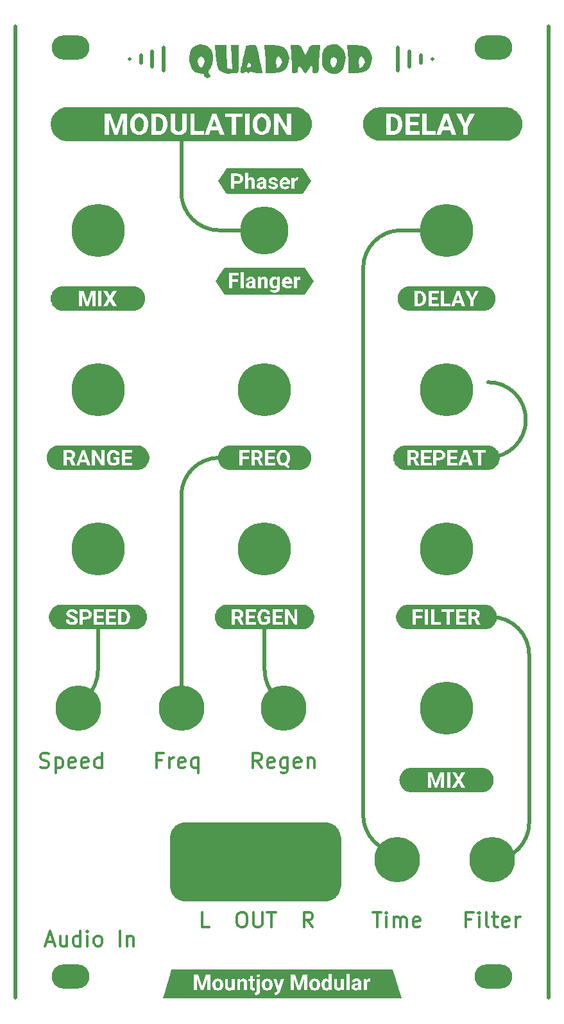
<source format=gbr>
%TF.GenerationSoftware,KiCad,Pcbnew,7.0.9*%
%TF.CreationDate,2024-02-02T16:32:34+00:00*%
%TF.ProjectId,QuadMod_Panel,51756164-4d6f-4645-9f50-616e656c2e6b,rev?*%
%TF.SameCoordinates,Original*%
%TF.FileFunction,Soldermask,Top*%
%TF.FilePolarity,Negative*%
%FSLAX46Y46*%
G04 Gerber Fmt 4.6, Leading zero omitted, Abs format (unit mm)*
G04 Created by KiCad (PCBNEW 7.0.9) date 2024-02-02 16:32:34*
%MOMM*%
%LPD*%
G01*
G04 APERTURE LIST*
%ADD10C,0.500000*%
%ADD11C,4.000000*%
%ADD12C,0.100000*%
%ADD13C,0.300000*%
%ADD14C,7.000000*%
%ADD15O,5.000000X3.200000*%
%ADD16C,6.000000*%
%ADD17C,6.350000*%
G04 APERTURE END LIST*
D10*
X157250000Y-68000000D02*
X150750000Y-68000000D01*
X151000000Y-68000000D02*
G75*
G03*
X146000000Y-73000000I0J-5000000D01*
G01*
X133500000Y-68000000D02*
X127000000Y-68000000D01*
X162500000Y-97964466D02*
G75*
G03*
X162500000Y-88035534I0J4964466D01*
G01*
X155100000Y-45421085D02*
X155100000Y-45421085D01*
X119678508Y-46921085D02*
X119678508Y-43921085D01*
X133000000Y-126000000D02*
X133000000Y-120500000D01*
X127000000Y-98000000D02*
G75*
G03*
X122000000Y-103000000I0J-5000000D01*
G01*
X153600000Y-45921085D02*
X153600000Y-44921085D01*
X111000000Y-126000000D02*
X111000000Y-120500000D01*
D11*
X122500000Y-148000000D02*
X141000000Y-148000000D01*
D10*
X152100000Y-46421085D02*
X152100000Y-44421085D01*
X146000000Y-145100000D02*
X146000000Y-73000000D01*
X100100000Y-169200000D02*
X100100000Y-41100000D01*
X170500000Y-169200000D02*
X170500000Y-41100000D01*
D11*
X122500000Y-154500000D02*
X141000000Y-154500000D01*
D10*
X106000000Y-131000000D02*
G75*
G03*
X111000000Y-126000000I0J5000000D01*
G01*
X116678508Y-45921085D02*
X116678508Y-44921085D01*
X118178508Y-46421085D02*
X118178508Y-44421085D01*
X162900000Y-151100000D02*
G75*
G03*
X167900000Y-146100000I0J5000000D01*
G01*
X146000000Y-145100000D02*
G75*
G03*
X151000000Y-150100000I5000000J0D01*
G01*
X122000000Y-63000000D02*
X122000000Y-56000000D01*
X115178508Y-45421085D02*
X115178508Y-45421085D01*
D12*
X120500000Y-148000000D02*
X143000000Y-148000000D01*
X143000000Y-154500000D01*
X120500000Y-154500000D01*
X120500000Y-148000000D01*
G36*
X120500000Y-148000000D02*
G01*
X143000000Y-148000000D01*
X143000000Y-154500000D01*
X120500000Y-154500000D01*
X120500000Y-148000000D01*
G37*
D10*
X122000000Y-63000000D02*
G75*
G03*
X127000000Y-68000000I5000000J0D01*
G01*
X167900000Y-124000000D02*
G75*
G03*
X162900000Y-119000000I-5000000J0D01*
G01*
X167900000Y-146100000D02*
X167900000Y-124100000D01*
X133000000Y-126000000D02*
G75*
G03*
X138000000Y-131000000I5000000J0D01*
G01*
X122000000Y-103000000D02*
X122000000Y-129000000D01*
X150600000Y-46921085D02*
X150600000Y-43921085D01*
D13*
X103404761Y-138814400D02*
X103690475Y-138909638D01*
X103690475Y-138909638D02*
X104166666Y-138909638D01*
X104166666Y-138909638D02*
X104357142Y-138814400D01*
X104357142Y-138814400D02*
X104452380Y-138719161D01*
X104452380Y-138719161D02*
X104547618Y-138528685D01*
X104547618Y-138528685D02*
X104547618Y-138338209D01*
X104547618Y-138338209D02*
X104452380Y-138147733D01*
X104452380Y-138147733D02*
X104357142Y-138052495D01*
X104357142Y-138052495D02*
X104166666Y-137957257D01*
X104166666Y-137957257D02*
X103785713Y-137862019D01*
X103785713Y-137862019D02*
X103595237Y-137766780D01*
X103595237Y-137766780D02*
X103499999Y-137671542D01*
X103499999Y-137671542D02*
X103404761Y-137481066D01*
X103404761Y-137481066D02*
X103404761Y-137290590D01*
X103404761Y-137290590D02*
X103499999Y-137100114D01*
X103499999Y-137100114D02*
X103595237Y-137004876D01*
X103595237Y-137004876D02*
X103785713Y-136909638D01*
X103785713Y-136909638D02*
X104261904Y-136909638D01*
X104261904Y-136909638D02*
X104547618Y-137004876D01*
X105404761Y-137576304D02*
X105404761Y-139576304D01*
X105404761Y-137671542D02*
X105595237Y-137576304D01*
X105595237Y-137576304D02*
X105976190Y-137576304D01*
X105976190Y-137576304D02*
X106166666Y-137671542D01*
X106166666Y-137671542D02*
X106261904Y-137766780D01*
X106261904Y-137766780D02*
X106357142Y-137957257D01*
X106357142Y-137957257D02*
X106357142Y-138528685D01*
X106357142Y-138528685D02*
X106261904Y-138719161D01*
X106261904Y-138719161D02*
X106166666Y-138814400D01*
X106166666Y-138814400D02*
X105976190Y-138909638D01*
X105976190Y-138909638D02*
X105595237Y-138909638D01*
X105595237Y-138909638D02*
X105404761Y-138814400D01*
X107976190Y-138814400D02*
X107785714Y-138909638D01*
X107785714Y-138909638D02*
X107404761Y-138909638D01*
X107404761Y-138909638D02*
X107214285Y-138814400D01*
X107214285Y-138814400D02*
X107119047Y-138623923D01*
X107119047Y-138623923D02*
X107119047Y-137862019D01*
X107119047Y-137862019D02*
X107214285Y-137671542D01*
X107214285Y-137671542D02*
X107404761Y-137576304D01*
X107404761Y-137576304D02*
X107785714Y-137576304D01*
X107785714Y-137576304D02*
X107976190Y-137671542D01*
X107976190Y-137671542D02*
X108071428Y-137862019D01*
X108071428Y-137862019D02*
X108071428Y-138052495D01*
X108071428Y-138052495D02*
X107119047Y-138242971D01*
X109690476Y-138814400D02*
X109500000Y-138909638D01*
X109500000Y-138909638D02*
X109119047Y-138909638D01*
X109119047Y-138909638D02*
X108928571Y-138814400D01*
X108928571Y-138814400D02*
X108833333Y-138623923D01*
X108833333Y-138623923D02*
X108833333Y-137862019D01*
X108833333Y-137862019D02*
X108928571Y-137671542D01*
X108928571Y-137671542D02*
X109119047Y-137576304D01*
X109119047Y-137576304D02*
X109500000Y-137576304D01*
X109500000Y-137576304D02*
X109690476Y-137671542D01*
X109690476Y-137671542D02*
X109785714Y-137862019D01*
X109785714Y-137862019D02*
X109785714Y-138052495D01*
X109785714Y-138052495D02*
X108833333Y-138242971D01*
X111500000Y-138909638D02*
X111500000Y-136909638D01*
X111500000Y-138814400D02*
X111309524Y-138909638D01*
X111309524Y-138909638D02*
X110928571Y-138909638D01*
X110928571Y-138909638D02*
X110738095Y-138814400D01*
X110738095Y-138814400D02*
X110642857Y-138719161D01*
X110642857Y-138719161D02*
X110547619Y-138528685D01*
X110547619Y-138528685D02*
X110547619Y-137957257D01*
X110547619Y-137957257D02*
X110642857Y-137766780D01*
X110642857Y-137766780D02*
X110738095Y-137671542D01*
X110738095Y-137671542D02*
X110928571Y-137576304D01*
X110928571Y-137576304D02*
X111309524Y-137576304D01*
X111309524Y-137576304D02*
X111500000Y-137671542D01*
X125714284Y-159909638D02*
X124761903Y-159909638D01*
X124761903Y-159909638D02*
X124761903Y-157909638D01*
X129809523Y-157909638D02*
X130190476Y-157909638D01*
X130190476Y-157909638D02*
X130380952Y-158004876D01*
X130380952Y-158004876D02*
X130571428Y-158195352D01*
X130571428Y-158195352D02*
X130666666Y-158576304D01*
X130666666Y-158576304D02*
X130666666Y-159242971D01*
X130666666Y-159242971D02*
X130571428Y-159623923D01*
X130571428Y-159623923D02*
X130380952Y-159814400D01*
X130380952Y-159814400D02*
X130190476Y-159909638D01*
X130190476Y-159909638D02*
X129809523Y-159909638D01*
X129809523Y-159909638D02*
X129619047Y-159814400D01*
X129619047Y-159814400D02*
X129428571Y-159623923D01*
X129428571Y-159623923D02*
X129333333Y-159242971D01*
X129333333Y-159242971D02*
X129333333Y-158576304D01*
X129333333Y-158576304D02*
X129428571Y-158195352D01*
X129428571Y-158195352D02*
X129619047Y-158004876D01*
X129619047Y-158004876D02*
X129809523Y-157909638D01*
X131523809Y-157909638D02*
X131523809Y-159528685D01*
X131523809Y-159528685D02*
X131619047Y-159719161D01*
X131619047Y-159719161D02*
X131714285Y-159814400D01*
X131714285Y-159814400D02*
X131904761Y-159909638D01*
X131904761Y-159909638D02*
X132285714Y-159909638D01*
X132285714Y-159909638D02*
X132476190Y-159814400D01*
X132476190Y-159814400D02*
X132571428Y-159719161D01*
X132571428Y-159719161D02*
X132666666Y-159528685D01*
X132666666Y-159528685D02*
X132666666Y-157909638D01*
X133333333Y-157909638D02*
X134476190Y-157909638D01*
X133904761Y-159909638D02*
X133904761Y-157909638D01*
X139333334Y-159909638D02*
X138666667Y-158957257D01*
X138190477Y-159909638D02*
X138190477Y-157909638D01*
X138190477Y-157909638D02*
X138952382Y-157909638D01*
X138952382Y-157909638D02*
X139142858Y-158004876D01*
X139142858Y-158004876D02*
X139238096Y-158100114D01*
X139238096Y-158100114D02*
X139333334Y-158290590D01*
X139333334Y-158290590D02*
X139333334Y-158576304D01*
X139333334Y-158576304D02*
X139238096Y-158766780D01*
X139238096Y-158766780D02*
X139142858Y-158862019D01*
X139142858Y-158862019D02*
X138952382Y-158957257D01*
X138952382Y-158957257D02*
X138190477Y-158957257D01*
X132595237Y-138909638D02*
X131928570Y-137957257D01*
X131452380Y-138909638D02*
X131452380Y-136909638D01*
X131452380Y-136909638D02*
X132214285Y-136909638D01*
X132214285Y-136909638D02*
X132404761Y-137004876D01*
X132404761Y-137004876D02*
X132499999Y-137100114D01*
X132499999Y-137100114D02*
X132595237Y-137290590D01*
X132595237Y-137290590D02*
X132595237Y-137576304D01*
X132595237Y-137576304D02*
X132499999Y-137766780D01*
X132499999Y-137766780D02*
X132404761Y-137862019D01*
X132404761Y-137862019D02*
X132214285Y-137957257D01*
X132214285Y-137957257D02*
X131452380Y-137957257D01*
X134214285Y-138814400D02*
X134023809Y-138909638D01*
X134023809Y-138909638D02*
X133642856Y-138909638D01*
X133642856Y-138909638D02*
X133452380Y-138814400D01*
X133452380Y-138814400D02*
X133357142Y-138623923D01*
X133357142Y-138623923D02*
X133357142Y-137862019D01*
X133357142Y-137862019D02*
X133452380Y-137671542D01*
X133452380Y-137671542D02*
X133642856Y-137576304D01*
X133642856Y-137576304D02*
X134023809Y-137576304D01*
X134023809Y-137576304D02*
X134214285Y-137671542D01*
X134214285Y-137671542D02*
X134309523Y-137862019D01*
X134309523Y-137862019D02*
X134309523Y-138052495D01*
X134309523Y-138052495D02*
X133357142Y-138242971D01*
X136023809Y-137576304D02*
X136023809Y-139195352D01*
X136023809Y-139195352D02*
X135928571Y-139385828D01*
X135928571Y-139385828D02*
X135833333Y-139481066D01*
X135833333Y-139481066D02*
X135642856Y-139576304D01*
X135642856Y-139576304D02*
X135357142Y-139576304D01*
X135357142Y-139576304D02*
X135166666Y-139481066D01*
X136023809Y-138814400D02*
X135833333Y-138909638D01*
X135833333Y-138909638D02*
X135452380Y-138909638D01*
X135452380Y-138909638D02*
X135261904Y-138814400D01*
X135261904Y-138814400D02*
X135166666Y-138719161D01*
X135166666Y-138719161D02*
X135071428Y-138528685D01*
X135071428Y-138528685D02*
X135071428Y-137957257D01*
X135071428Y-137957257D02*
X135166666Y-137766780D01*
X135166666Y-137766780D02*
X135261904Y-137671542D01*
X135261904Y-137671542D02*
X135452380Y-137576304D01*
X135452380Y-137576304D02*
X135833333Y-137576304D01*
X135833333Y-137576304D02*
X136023809Y-137671542D01*
X137738095Y-138814400D02*
X137547619Y-138909638D01*
X137547619Y-138909638D02*
X137166666Y-138909638D01*
X137166666Y-138909638D02*
X136976190Y-138814400D01*
X136976190Y-138814400D02*
X136880952Y-138623923D01*
X136880952Y-138623923D02*
X136880952Y-137862019D01*
X136880952Y-137862019D02*
X136976190Y-137671542D01*
X136976190Y-137671542D02*
X137166666Y-137576304D01*
X137166666Y-137576304D02*
X137547619Y-137576304D01*
X137547619Y-137576304D02*
X137738095Y-137671542D01*
X137738095Y-137671542D02*
X137833333Y-137862019D01*
X137833333Y-137862019D02*
X137833333Y-138052495D01*
X137833333Y-138052495D02*
X136880952Y-138242971D01*
X138690476Y-137576304D02*
X138690476Y-138909638D01*
X138690476Y-137766780D02*
X138785714Y-137671542D01*
X138785714Y-137671542D02*
X138976190Y-137576304D01*
X138976190Y-137576304D02*
X139261905Y-137576304D01*
X139261905Y-137576304D02*
X139452381Y-137671542D01*
X139452381Y-137671542D02*
X139547619Y-137862019D01*
X139547619Y-137862019D02*
X139547619Y-138909638D01*
X104190475Y-161838209D02*
X105142856Y-161838209D01*
X103999999Y-162409638D02*
X104666665Y-160409638D01*
X104666665Y-160409638D02*
X105333332Y-162409638D01*
X106857142Y-161076304D02*
X106857142Y-162409638D01*
X105999999Y-161076304D02*
X105999999Y-162123923D01*
X105999999Y-162123923D02*
X106095237Y-162314400D01*
X106095237Y-162314400D02*
X106285713Y-162409638D01*
X106285713Y-162409638D02*
X106571428Y-162409638D01*
X106571428Y-162409638D02*
X106761904Y-162314400D01*
X106761904Y-162314400D02*
X106857142Y-162219161D01*
X108666666Y-162409638D02*
X108666666Y-160409638D01*
X108666666Y-162314400D02*
X108476190Y-162409638D01*
X108476190Y-162409638D02*
X108095237Y-162409638D01*
X108095237Y-162409638D02*
X107904761Y-162314400D01*
X107904761Y-162314400D02*
X107809523Y-162219161D01*
X107809523Y-162219161D02*
X107714285Y-162028685D01*
X107714285Y-162028685D02*
X107714285Y-161457257D01*
X107714285Y-161457257D02*
X107809523Y-161266780D01*
X107809523Y-161266780D02*
X107904761Y-161171542D01*
X107904761Y-161171542D02*
X108095237Y-161076304D01*
X108095237Y-161076304D02*
X108476190Y-161076304D01*
X108476190Y-161076304D02*
X108666666Y-161171542D01*
X109619047Y-162409638D02*
X109619047Y-161076304D01*
X109619047Y-160409638D02*
X109523809Y-160504876D01*
X109523809Y-160504876D02*
X109619047Y-160600114D01*
X109619047Y-160600114D02*
X109714285Y-160504876D01*
X109714285Y-160504876D02*
X109619047Y-160409638D01*
X109619047Y-160409638D02*
X109619047Y-160600114D01*
X110857142Y-162409638D02*
X110666666Y-162314400D01*
X110666666Y-162314400D02*
X110571428Y-162219161D01*
X110571428Y-162219161D02*
X110476190Y-162028685D01*
X110476190Y-162028685D02*
X110476190Y-161457257D01*
X110476190Y-161457257D02*
X110571428Y-161266780D01*
X110571428Y-161266780D02*
X110666666Y-161171542D01*
X110666666Y-161171542D02*
X110857142Y-161076304D01*
X110857142Y-161076304D02*
X111142857Y-161076304D01*
X111142857Y-161076304D02*
X111333333Y-161171542D01*
X111333333Y-161171542D02*
X111428571Y-161266780D01*
X111428571Y-161266780D02*
X111523809Y-161457257D01*
X111523809Y-161457257D02*
X111523809Y-162028685D01*
X111523809Y-162028685D02*
X111428571Y-162219161D01*
X111428571Y-162219161D02*
X111333333Y-162314400D01*
X111333333Y-162314400D02*
X111142857Y-162409638D01*
X111142857Y-162409638D02*
X110857142Y-162409638D01*
X113904762Y-162409638D02*
X113904762Y-160409638D01*
X114857143Y-161076304D02*
X114857143Y-162409638D01*
X114857143Y-161266780D02*
X114952381Y-161171542D01*
X114952381Y-161171542D02*
X115142857Y-161076304D01*
X115142857Y-161076304D02*
X115428572Y-161076304D01*
X115428572Y-161076304D02*
X115619048Y-161171542D01*
X115619048Y-161171542D02*
X115714286Y-161362019D01*
X115714286Y-161362019D02*
X115714286Y-162409638D01*
X160238095Y-158862019D02*
X159571428Y-158862019D01*
X159571428Y-159909638D02*
X159571428Y-157909638D01*
X159571428Y-157909638D02*
X160523809Y-157909638D01*
X161285714Y-159909638D02*
X161285714Y-158576304D01*
X161285714Y-157909638D02*
X161190476Y-158004876D01*
X161190476Y-158004876D02*
X161285714Y-158100114D01*
X161285714Y-158100114D02*
X161380952Y-158004876D01*
X161380952Y-158004876D02*
X161285714Y-157909638D01*
X161285714Y-157909638D02*
X161285714Y-158100114D01*
X162523809Y-159909638D02*
X162333333Y-159814400D01*
X162333333Y-159814400D02*
X162238095Y-159623923D01*
X162238095Y-159623923D02*
X162238095Y-157909638D01*
X163000000Y-158576304D02*
X163761904Y-158576304D01*
X163285714Y-157909638D02*
X163285714Y-159623923D01*
X163285714Y-159623923D02*
X163380952Y-159814400D01*
X163380952Y-159814400D02*
X163571428Y-159909638D01*
X163571428Y-159909638D02*
X163761904Y-159909638D01*
X165190476Y-159814400D02*
X165000000Y-159909638D01*
X165000000Y-159909638D02*
X164619047Y-159909638D01*
X164619047Y-159909638D02*
X164428571Y-159814400D01*
X164428571Y-159814400D02*
X164333333Y-159623923D01*
X164333333Y-159623923D02*
X164333333Y-158862019D01*
X164333333Y-158862019D02*
X164428571Y-158671542D01*
X164428571Y-158671542D02*
X164619047Y-158576304D01*
X164619047Y-158576304D02*
X165000000Y-158576304D01*
X165000000Y-158576304D02*
X165190476Y-158671542D01*
X165190476Y-158671542D02*
X165285714Y-158862019D01*
X165285714Y-158862019D02*
X165285714Y-159052495D01*
X165285714Y-159052495D02*
X164333333Y-159242971D01*
X166142857Y-159909638D02*
X166142857Y-158576304D01*
X166142857Y-158957257D02*
X166238095Y-158766780D01*
X166238095Y-158766780D02*
X166333333Y-158671542D01*
X166333333Y-158671542D02*
X166523809Y-158576304D01*
X166523809Y-158576304D02*
X166714286Y-158576304D01*
X119404762Y-137862019D02*
X118738095Y-137862019D01*
X118738095Y-138909638D02*
X118738095Y-136909638D01*
X118738095Y-136909638D02*
X119690476Y-136909638D01*
X120452381Y-138909638D02*
X120452381Y-137576304D01*
X120452381Y-137957257D02*
X120547619Y-137766780D01*
X120547619Y-137766780D02*
X120642857Y-137671542D01*
X120642857Y-137671542D02*
X120833333Y-137576304D01*
X120833333Y-137576304D02*
X121023810Y-137576304D01*
X122452381Y-138814400D02*
X122261905Y-138909638D01*
X122261905Y-138909638D02*
X121880952Y-138909638D01*
X121880952Y-138909638D02*
X121690476Y-138814400D01*
X121690476Y-138814400D02*
X121595238Y-138623923D01*
X121595238Y-138623923D02*
X121595238Y-137862019D01*
X121595238Y-137862019D02*
X121690476Y-137671542D01*
X121690476Y-137671542D02*
X121880952Y-137576304D01*
X121880952Y-137576304D02*
X122261905Y-137576304D01*
X122261905Y-137576304D02*
X122452381Y-137671542D01*
X122452381Y-137671542D02*
X122547619Y-137862019D01*
X122547619Y-137862019D02*
X122547619Y-138052495D01*
X122547619Y-138052495D02*
X121595238Y-138242971D01*
X124261905Y-137576304D02*
X124261905Y-139576304D01*
X124261905Y-138814400D02*
X124071429Y-138909638D01*
X124071429Y-138909638D02*
X123690476Y-138909638D01*
X123690476Y-138909638D02*
X123500000Y-138814400D01*
X123500000Y-138814400D02*
X123404762Y-138719161D01*
X123404762Y-138719161D02*
X123309524Y-138528685D01*
X123309524Y-138528685D02*
X123309524Y-137957257D01*
X123309524Y-137957257D02*
X123404762Y-137766780D01*
X123404762Y-137766780D02*
X123500000Y-137671542D01*
X123500000Y-137671542D02*
X123690476Y-137576304D01*
X123690476Y-137576304D02*
X124071429Y-137576304D01*
X124071429Y-137576304D02*
X124261905Y-137671542D01*
X147261904Y-157909638D02*
X148404761Y-157909638D01*
X147833332Y-159909638D02*
X147833332Y-157909638D01*
X149071428Y-159909638D02*
X149071428Y-158576304D01*
X149071428Y-157909638D02*
X148976190Y-158004876D01*
X148976190Y-158004876D02*
X149071428Y-158100114D01*
X149071428Y-158100114D02*
X149166666Y-158004876D01*
X149166666Y-158004876D02*
X149071428Y-157909638D01*
X149071428Y-157909638D02*
X149071428Y-158100114D01*
X150023809Y-159909638D02*
X150023809Y-158576304D01*
X150023809Y-158766780D02*
X150119047Y-158671542D01*
X150119047Y-158671542D02*
X150309523Y-158576304D01*
X150309523Y-158576304D02*
X150595238Y-158576304D01*
X150595238Y-158576304D02*
X150785714Y-158671542D01*
X150785714Y-158671542D02*
X150880952Y-158862019D01*
X150880952Y-158862019D02*
X150880952Y-159909638D01*
X150880952Y-158862019D02*
X150976190Y-158671542D01*
X150976190Y-158671542D02*
X151166666Y-158576304D01*
X151166666Y-158576304D02*
X151452380Y-158576304D01*
X151452380Y-158576304D02*
X151642857Y-158671542D01*
X151642857Y-158671542D02*
X151738095Y-158862019D01*
X151738095Y-158862019D02*
X151738095Y-159909638D01*
X153452381Y-159814400D02*
X153261905Y-159909638D01*
X153261905Y-159909638D02*
X152880952Y-159909638D01*
X152880952Y-159909638D02*
X152690476Y-159814400D01*
X152690476Y-159814400D02*
X152595238Y-159623923D01*
X152595238Y-159623923D02*
X152595238Y-158862019D01*
X152595238Y-158862019D02*
X152690476Y-158671542D01*
X152690476Y-158671542D02*
X152880952Y-158576304D01*
X152880952Y-158576304D02*
X153261905Y-158576304D01*
X153261905Y-158576304D02*
X153452381Y-158671542D01*
X153452381Y-158671542D02*
X153547619Y-158862019D01*
X153547619Y-158862019D02*
X153547619Y-159052495D01*
X153547619Y-159052495D02*
X152595238Y-159242971D01*
%TO.C,kibuzzard-65B29CC1*%
G36*
X159748670Y-98258124D02*
G01*
X159240794Y-98258124D01*
X159493336Y-97497705D01*
X159748670Y-98258124D01*
G37*
G36*
X152735202Y-97343877D02*
G01*
X152838626Y-97405618D01*
X152899843Y-97503286D01*
X152920249Y-97631650D01*
X152898623Y-97757399D01*
X152833743Y-97852800D01*
X152729447Y-97912970D01*
X152589572Y-97933027D01*
X152251918Y-97933027D01*
X152251918Y-97323297D01*
X152588176Y-97323297D01*
X152735202Y-97343877D01*
G37*
G36*
X156204700Y-97348412D02*
G01*
X156309345Y-97418175D01*
X156375271Y-97524564D01*
X156397246Y-97659556D01*
X156375445Y-97787920D01*
X156310042Y-97882798D01*
X156203130Y-97941399D01*
X156056802Y-97960933D01*
X155682871Y-97960933D01*
X155682871Y-97323297D01*
X156066569Y-97323297D01*
X156204700Y-97348412D01*
G37*
G36*
X162562698Y-96396693D02*
G01*
X162719090Y-96419892D01*
X162872454Y-96458308D01*
X163021314Y-96511571D01*
X163164237Y-96579168D01*
X163299846Y-96660449D01*
X163426835Y-96754630D01*
X163543981Y-96860805D01*
X163650156Y-96977952D01*
X163744337Y-97104941D01*
X163825618Y-97240550D01*
X163893216Y-97383472D01*
X163946479Y-97532333D01*
X163984895Y-97685697D01*
X164008093Y-97842088D01*
X164015851Y-98000000D01*
X164008093Y-98157912D01*
X163984895Y-98314303D01*
X163946479Y-98467667D01*
X163893216Y-98616528D01*
X163825618Y-98759450D01*
X163744337Y-98895059D01*
X163650156Y-99022048D01*
X163543981Y-99139195D01*
X163426835Y-99245370D01*
X163299846Y-99339551D01*
X163164237Y-99420832D01*
X163021314Y-99488429D01*
X162872454Y-99541692D01*
X162719090Y-99580108D01*
X162562698Y-99603307D01*
X162404787Y-99611064D01*
X162166662Y-99611064D01*
X161544374Y-99611064D01*
X158988251Y-99611064D01*
X158469213Y-99611064D01*
X155682871Y-99611064D01*
X155018726Y-99611064D01*
X152251918Y-99611064D01*
X151833339Y-99611064D01*
X151595214Y-99611064D01*
X151437302Y-99603307D01*
X151280911Y-99580108D01*
X151127546Y-99541693D01*
X150978686Y-99488429D01*
X150835763Y-99420832D01*
X150700154Y-99339551D01*
X150573165Y-99245370D01*
X150456019Y-99139195D01*
X150349844Y-99022048D01*
X150255663Y-98895059D01*
X150174382Y-98759451D01*
X150106784Y-98616528D01*
X150053521Y-98467667D01*
X150015105Y-98314303D01*
X149991907Y-98157912D01*
X149984149Y-98000000D01*
X149991907Y-97842088D01*
X150015105Y-97685697D01*
X150053521Y-97532333D01*
X150106784Y-97383472D01*
X150174382Y-97240549D01*
X150255663Y-97104941D01*
X150345175Y-96984248D01*
X151833339Y-96984248D01*
X151833339Y-99015752D01*
X152251918Y-99015752D01*
X152251918Y-98272076D01*
X152585386Y-98272076D01*
X152966293Y-99015752D01*
X153415568Y-99015752D01*
X153415568Y-98996218D01*
X152976060Y-98166036D01*
X153135643Y-98069589D01*
X153248834Y-97944887D01*
X153316330Y-97788792D01*
X153338828Y-97598164D01*
X153317124Y-97417555D01*
X153252012Y-97266401D01*
X153143491Y-97144703D01*
X152994973Y-97055562D01*
X152809868Y-97002076D01*
X152588176Y-96984248D01*
X153656948Y-96984248D01*
X153656948Y-99015752D01*
X155018726Y-99015752D01*
X155018726Y-98679493D01*
X154075527Y-98679493D01*
X154075527Y-98135341D01*
X154879199Y-98135341D01*
X154879199Y-97807454D01*
X154075527Y-97807454D01*
X154075527Y-97323297D01*
X155015935Y-97323297D01*
X155015935Y-96984248D01*
X155264292Y-96984248D01*
X155264292Y-99015752D01*
X155682871Y-99015752D01*
X155682871Y-98299982D01*
X156049826Y-98299982D01*
X156273300Y-98280836D01*
X156461893Y-98223397D01*
X156615605Y-98127667D01*
X156729164Y-97998760D01*
X156797299Y-97841793D01*
X156820011Y-97656765D01*
X156796640Y-97470672D01*
X156726528Y-97305856D01*
X156612989Y-97169295D01*
X156459335Y-97067964D01*
X156271847Y-97005177D01*
X156056802Y-96984248D01*
X157107435Y-96984248D01*
X157107435Y-99015752D01*
X158469213Y-99015752D01*
X158543162Y-99015752D01*
X158988251Y-99015752D01*
X159127777Y-98597173D01*
X159861686Y-98597173D01*
X160002608Y-99015752D01*
X160447697Y-99015752D01*
X159687278Y-96984248D01*
X160511879Y-96984248D01*
X160511879Y-97323297D01*
X161125795Y-97323297D01*
X161125795Y-99015752D01*
X161544374Y-99015752D01*
X161544374Y-97323297D01*
X162166662Y-97323297D01*
X162166662Y-96984248D01*
X160511879Y-96984248D01*
X159687278Y-96984248D01*
X159299395Y-96984248D01*
X158543162Y-99015752D01*
X158469213Y-99015752D01*
X158469213Y-98679493D01*
X157526015Y-98679493D01*
X157526015Y-98135341D01*
X158329686Y-98135341D01*
X158329686Y-97807454D01*
X157526015Y-97807454D01*
X157526015Y-97323297D01*
X158466422Y-97323297D01*
X158466422Y-96984248D01*
X157107435Y-96984248D01*
X156056802Y-96984248D01*
X155264292Y-96984248D01*
X155015935Y-96984248D01*
X153656948Y-96984248D01*
X152588176Y-96984248D01*
X151833339Y-96984248D01*
X150345175Y-96984248D01*
X150349844Y-96977952D01*
X150456019Y-96860805D01*
X150573165Y-96754630D01*
X150700154Y-96660449D01*
X150835763Y-96579168D01*
X150978686Y-96511571D01*
X151127546Y-96458307D01*
X151280911Y-96419892D01*
X151437302Y-96396693D01*
X151595214Y-96388936D01*
X151833339Y-96388936D01*
X162166662Y-96388936D01*
X162404787Y-96388936D01*
X162562698Y-96396693D01*
G37*
%TO.C,G\u002A\u002A\u002A*%
G36*
X127997423Y-45118665D02*
G01*
X128016400Y-45783856D01*
X128040933Y-46224422D01*
X128082265Y-46488796D01*
X128151640Y-46625412D01*
X128260301Y-46682704D01*
X128364843Y-46701417D01*
X128693651Y-46747879D01*
X128608830Y-45165127D01*
X128524008Y-43582375D01*
X129065236Y-43582375D01*
X129606465Y-43582375D01*
X129606465Y-45349585D01*
X129598407Y-46015978D01*
X129576374Y-46578322D01*
X129543577Y-46983155D01*
X129503230Y-47177019D01*
X129496200Y-47184941D01*
X129195283Y-47277769D01*
X128732638Y-47327044D01*
X128216591Y-47330005D01*
X127755471Y-47283889D01*
X127558078Y-47234353D01*
X127181030Y-47022804D01*
X126901606Y-46670341D01*
X126704203Y-46141038D01*
X126573221Y-45398970D01*
X126520685Y-44845547D01*
X126426418Y-43582375D01*
X127192614Y-43582375D01*
X127958810Y-43582375D01*
X127997423Y-45118665D01*
G37*
G36*
X142550618Y-43507125D02*
G01*
X143047279Y-43776011D01*
X143422083Y-44236624D01*
X143636445Y-44861856D01*
X143672056Y-45286969D01*
X143581251Y-46042397D01*
X143331794Y-46652039D01*
X142958127Y-47093540D01*
X142494689Y-47344540D01*
X141975921Y-47382684D01*
X141436264Y-47185614D01*
X141117150Y-46945516D01*
X140838606Y-46666794D01*
X140680032Y-46409613D01*
X140599637Y-46073440D01*
X140589877Y-45961767D01*
X141680550Y-45961767D01*
X141744849Y-46211139D01*
X141914757Y-46513698D01*
X142103288Y-46550604D01*
X142333923Y-46322709D01*
X142394236Y-46234695D01*
X142529990Y-45866922D01*
X142503887Y-45506609D01*
X142339365Y-45240409D01*
X142101626Y-45152805D01*
X141847985Y-45270191D01*
X141698355Y-45567347D01*
X141680550Y-45961767D01*
X140589877Y-45961767D01*
X140558370Y-45601278D01*
X140579299Y-44806823D01*
X140764045Y-44212582D01*
X141123020Y-43792799D01*
X141346081Y-43652966D01*
X141970690Y-43457074D01*
X142550618Y-43507125D01*
G37*
G36*
X133990257Y-43582886D02*
G01*
X134826465Y-43643189D01*
X135442258Y-43836516D01*
X135865885Y-44182942D01*
X136125599Y-44702542D01*
X136223643Y-45169842D01*
X136200989Y-45874282D01*
X135952242Y-46487277D01*
X135500679Y-46951917D01*
X135492453Y-46957485D01*
X135156153Y-47139571D01*
X134771838Y-47235808D01*
X134239155Y-47268564D01*
X134092722Y-47269472D01*
X133157002Y-47269472D01*
X133156184Y-46552536D01*
X133144484Y-46056458D01*
X133134548Y-45845614D01*
X134522594Y-45845614D01*
X134534475Y-46281658D01*
X134582973Y-46503101D01*
X134687371Y-46567908D01*
X134760533Y-46560880D01*
X134985588Y-46413139D01*
X135181149Y-46133914D01*
X135290710Y-45820952D01*
X135233423Y-45566778D01*
X135144900Y-45418648D01*
X134890401Y-45120375D01*
X134697026Y-45084831D01*
X134572125Y-45306973D01*
X134523049Y-45781758D01*
X134522594Y-45845614D01*
X133134548Y-45845614D01*
X133114421Y-45418498D01*
X133072244Y-44768780D01*
X133067664Y-44708988D01*
X132979963Y-43582375D01*
X133990257Y-43582886D01*
G37*
G36*
X144914988Y-43582886D02*
G01*
X145751197Y-43643189D01*
X146366989Y-43836516D01*
X146790616Y-44182942D01*
X147050331Y-44702542D01*
X147148374Y-45169842D01*
X147125721Y-45874282D01*
X146876973Y-46487277D01*
X146425410Y-46951917D01*
X146417184Y-46957485D01*
X146080884Y-47139571D01*
X145696569Y-47235808D01*
X145163886Y-47268564D01*
X145017453Y-47269472D01*
X144081734Y-47269472D01*
X144080915Y-46552536D01*
X144069215Y-46056458D01*
X144059280Y-45845614D01*
X145447325Y-45845614D01*
X145459206Y-46281658D01*
X145507704Y-46503101D01*
X145612102Y-46567908D01*
X145685264Y-46560880D01*
X145910319Y-46413139D01*
X146105880Y-46133914D01*
X146215441Y-45820952D01*
X146158154Y-45566778D01*
X146069632Y-45418648D01*
X145815133Y-45120375D01*
X145621757Y-45084831D01*
X145496856Y-45306973D01*
X145447780Y-45781758D01*
X145447325Y-45845614D01*
X144059280Y-45845614D01*
X144039153Y-45418498D01*
X143996975Y-44768780D01*
X143992395Y-44708988D01*
X143904694Y-43582375D01*
X144914988Y-43582886D01*
G37*
G36*
X125081938Y-43528477D02*
G01*
X125609865Y-43806969D01*
X125998974Y-44287077D01*
X126000166Y-44289378D01*
X126155696Y-44824165D01*
X126175227Y-45474863D01*
X126068358Y-46126305D01*
X125844684Y-46663327D01*
X125796441Y-46734003D01*
X125602984Y-47017142D01*
X125567358Y-47192189D01*
X125679470Y-47366446D01*
X125731473Y-47424753D01*
X125889527Y-47637980D01*
X125852027Y-47767559D01*
X125777379Y-47821954D01*
X125438479Y-47942927D01*
X125154046Y-47814009D01*
X125127325Y-47788397D01*
X124982377Y-47567314D01*
X124963052Y-47481139D01*
X124842672Y-47383475D01*
X124547507Y-47330022D01*
X124488257Y-47327638D01*
X123938697Y-47191081D01*
X123500518Y-46829770D01*
X123198781Y-46278074D01*
X123085123Y-45704475D01*
X124189449Y-45704475D01*
X124268128Y-46109867D01*
X124353385Y-46271231D01*
X124592778Y-46636591D01*
X124846396Y-46323387D01*
X125032770Y-46018196D01*
X125100013Y-45778293D01*
X125015872Y-45450237D01*
X124814087Y-45199739D01*
X124570617Y-45110836D01*
X124509314Y-45124770D01*
X124274169Y-45344312D01*
X124189449Y-45704475D01*
X123085123Y-45704475D01*
X123058548Y-45570356D01*
X123051626Y-45357644D01*
X123146028Y-44593895D01*
X123425940Y-44018858D01*
X123866511Y-43652966D01*
X124479413Y-43470758D01*
X125081938Y-43528477D01*
G37*
G36*
X137467984Y-43593628D02*
G01*
X137704832Y-43668731D01*
X137875281Y-43869702D01*
X138060510Y-44230576D01*
X138375431Y-44878776D01*
X138704855Y-44230576D01*
X138909275Y-43854115D01*
X139086497Y-43661780D01*
X139328186Y-43591799D01*
X139666775Y-43582375D01*
X140299270Y-43582375D01*
X140211101Y-44913827D01*
X140172079Y-45554999D01*
X140141734Y-46152207D01*
X140124517Y-46613113D01*
X140122225Y-46757375D01*
X140102354Y-47093413D01*
X140001885Y-47237268D01*
X139757636Y-47269320D01*
X139719693Y-47269472D01*
X139464070Y-47245860D01*
X139339344Y-47124168D01*
X139286390Y-46828109D01*
X139275876Y-46696826D01*
X139233884Y-46124180D01*
X138856409Y-46696826D01*
X138621486Y-47025262D01*
X138438193Y-47231951D01*
X138378452Y-47268539D01*
X138246407Y-47165262D01*
X138035761Y-46907467D01*
X137953109Y-46790582D01*
X137680491Y-46439517D01*
X137503871Y-46339434D01*
X137411490Y-46490352D01*
X137390336Y-46791515D01*
X137367498Y-47112636D01*
X137251659Y-47244346D01*
X136980658Y-47269472D01*
X136751727Y-47258212D01*
X136629436Y-47180966D01*
X136580347Y-46972535D01*
X136571018Y-46567721D01*
X136570981Y-46470721D01*
X136558368Y-45911431D01*
X136525417Y-45233445D01*
X136482663Y-44627172D01*
X136394346Y-43582375D01*
X137069968Y-43582375D01*
X137467984Y-43593628D01*
G37*
G36*
X131654093Y-43598129D02*
G01*
X131874015Y-43666101D01*
X131974467Y-43817351D01*
X131994144Y-43889633D01*
X132053617Y-44145598D01*
X132158728Y-44597928D01*
X132293288Y-45176956D01*
X132406423Y-45663778D01*
X132543888Y-46261213D01*
X132654825Y-46754634D01*
X132726582Y-47087030D01*
X132747325Y-47200069D01*
X132629142Y-47262380D01*
X132338484Y-47280619D01*
X131971193Y-47261719D01*
X131623106Y-47212613D01*
X131390064Y-47140234D01*
X131347041Y-47098773D01*
X131252810Y-47005396D01*
X131057038Y-47120096D01*
X131052135Y-47124132D01*
X130850793Y-47250251D01*
X130716313Y-47175728D01*
X130678134Y-47124132D01*
X130547730Y-47006316D01*
X130472323Y-47098773D01*
X130298001Y-47228487D01*
X130057115Y-47269472D01*
X129810899Y-47231639D01*
X129769633Y-47068886D01*
X129793623Y-46962214D01*
X129856672Y-46700915D01*
X129911604Y-46458364D01*
X130635542Y-46458364D01*
X130672691Y-46567473D01*
X130859499Y-46562015D01*
X130862915Y-46561513D01*
X131117507Y-46468770D01*
X131202179Y-46376315D01*
X131166523Y-46164638D01*
X131062836Y-45979836D01*
X130930449Y-45830817D01*
X130838744Y-45877115D01*
X130728438Y-46151093D01*
X130723571Y-46165034D01*
X130635542Y-46458364D01*
X129911604Y-46458364D01*
X129959604Y-46246422D01*
X130085829Y-45672756D01*
X130168580Y-45289364D01*
X130296047Y-44698545D01*
X130405286Y-44200078D01*
X130481818Y-43859600D01*
X130507445Y-43753074D01*
X130673258Y-43640129D01*
X131069800Y-43585891D01*
X131238287Y-43582375D01*
X131654093Y-43598129D01*
G37*
%TO.C,kibuzzard-65B29E5A*%
G36*
X109321498Y-98258124D02*
G01*
X108813622Y-98258124D01*
X109066164Y-97497705D01*
X109321498Y-98258124D01*
G37*
G36*
X107365861Y-97343877D02*
G01*
X107469285Y-97405618D01*
X107530502Y-97503286D01*
X107550908Y-97631650D01*
X107529282Y-97757399D01*
X107464402Y-97852800D01*
X107360106Y-97912970D01*
X107220231Y-97933027D01*
X106882577Y-97933027D01*
X106882577Y-97323297D01*
X107218835Y-97323297D01*
X107365861Y-97343877D01*
G37*
G36*
X116291962Y-96368922D02*
G01*
X116451062Y-96392523D01*
X116607082Y-96431604D01*
X116758521Y-96485789D01*
X116903920Y-96554558D01*
X117041877Y-96637246D01*
X117171066Y-96733059D01*
X117290241Y-96841073D01*
X117398255Y-96960249D01*
X117494068Y-97089437D01*
X117576757Y-97227395D01*
X117645525Y-97372793D01*
X117699711Y-97524232D01*
X117738792Y-97680253D01*
X117762392Y-97839353D01*
X117770284Y-98000000D01*
X117762392Y-98160647D01*
X117738792Y-98319747D01*
X117699711Y-98475768D01*
X117645525Y-98627207D01*
X117576757Y-98772605D01*
X117494068Y-98910563D01*
X117398255Y-99039751D01*
X117290241Y-99158927D01*
X117171066Y-99266941D01*
X117041877Y-99362754D01*
X116903920Y-99445442D01*
X116758521Y-99514211D01*
X116607082Y-99568396D01*
X116451062Y-99607477D01*
X116291962Y-99631078D01*
X116131315Y-99638970D01*
X115536002Y-99638970D01*
X113058014Y-99638970D01*
X111862273Y-99638970D01*
X108561079Y-99638970D01*
X106882577Y-99638970D01*
X106463998Y-99638970D01*
X105868685Y-99638970D01*
X105708038Y-99631078D01*
X105548938Y-99607477D01*
X105392917Y-99568396D01*
X105241479Y-99514211D01*
X105096080Y-99445442D01*
X104958123Y-99362753D01*
X104828934Y-99266941D01*
X104709759Y-99158927D01*
X104601745Y-99039751D01*
X104505932Y-98910563D01*
X104423243Y-98772605D01*
X104354475Y-98627207D01*
X104300289Y-98475768D01*
X104261208Y-98319747D01*
X104237608Y-98160647D01*
X104229716Y-98000000D01*
X104237608Y-97839353D01*
X104261208Y-97680253D01*
X104300289Y-97524232D01*
X104354475Y-97372793D01*
X104423243Y-97227395D01*
X104505932Y-97089437D01*
X104583946Y-96984248D01*
X106463998Y-96984248D01*
X106463998Y-99015752D01*
X106882577Y-99015752D01*
X106882577Y-98272076D01*
X107216045Y-98272076D01*
X107596952Y-99015752D01*
X108046227Y-99015752D01*
X108115990Y-99015752D01*
X108561079Y-99015752D01*
X108700605Y-98597173D01*
X109434514Y-98597173D01*
X109575436Y-99015752D01*
X110020525Y-99015752D01*
X109260106Y-96984248D01*
X110210281Y-96984248D01*
X110210281Y-99015752D01*
X110628860Y-99015752D01*
X110628860Y-97679089D01*
X111443694Y-99015752D01*
X111862273Y-99015752D01*
X111862273Y-98079530D01*
X112177602Y-98079530D01*
X112191167Y-98268201D01*
X112228142Y-98439818D01*
X112288526Y-98594382D01*
X112419332Y-98787452D01*
X112595484Y-98928548D01*
X112735243Y-98992498D01*
X112889419Y-99030867D01*
X113058014Y-99043657D01*
X113297999Y-99024996D01*
X113515660Y-98969011D01*
X113698789Y-98879191D01*
X113835176Y-98759023D01*
X113835176Y-97948375D01*
X113035690Y-97948375D01*
X113035690Y-98256729D01*
X113416597Y-98256729D01*
X113416597Y-98606940D01*
X113282302Y-98682284D01*
X113080338Y-98707399D01*
X112874188Y-98666587D01*
X112724546Y-98544153D01*
X112657108Y-98417959D01*
X112616645Y-98257039D01*
X112603158Y-98061392D01*
X112603158Y-97931632D01*
X112616335Y-97737845D01*
X112654007Y-97578785D01*
X112716174Y-97454452D01*
X112853259Y-97334110D01*
X113041271Y-97293997D01*
X113190738Y-97314228D01*
X113304278Y-97374922D01*
X113382936Y-97479218D01*
X113427759Y-97630255D01*
X113835176Y-97630255D01*
X113791612Y-97428174D01*
X113711152Y-97260975D01*
X113593795Y-97128658D01*
X113440471Y-97032927D01*
X113280834Y-96984248D01*
X114174225Y-96984248D01*
X114174225Y-99015752D01*
X115536002Y-99015752D01*
X115536002Y-98679493D01*
X114592804Y-98679493D01*
X114592804Y-98135341D01*
X115396476Y-98135341D01*
X115396476Y-97807454D01*
X114592804Y-97807454D01*
X114592804Y-97323297D01*
X115533212Y-97323297D01*
X115533212Y-96984248D01*
X114174225Y-96984248D01*
X113280834Y-96984248D01*
X113252110Y-96975489D01*
X113028713Y-96956343D01*
X112863064Y-96969443D01*
X112712143Y-97008743D01*
X112575950Y-97074243D01*
X112405379Y-97218304D01*
X112280154Y-97414687D01*
X112223181Y-97572119D01*
X112188997Y-97747690D01*
X112177602Y-97941399D01*
X112177602Y-98079530D01*
X111862273Y-98079530D01*
X111862273Y-96984248D01*
X111445089Y-96984248D01*
X111445089Y-98323701D01*
X110628860Y-96984248D01*
X110210281Y-96984248D01*
X109260106Y-96984248D01*
X108872223Y-96984248D01*
X108115990Y-99015752D01*
X108046227Y-99015752D01*
X108046227Y-98996218D01*
X107606719Y-98166036D01*
X107766302Y-98069589D01*
X107879493Y-97944887D01*
X107946989Y-97788792D01*
X107969487Y-97598164D01*
X107947783Y-97417555D01*
X107882671Y-97266401D01*
X107774150Y-97144703D01*
X107625632Y-97055562D01*
X107440527Y-97002076D01*
X107218835Y-96984248D01*
X106463998Y-96984248D01*
X104583946Y-96984248D01*
X104601745Y-96960249D01*
X104709759Y-96841073D01*
X104828934Y-96733059D01*
X104958123Y-96637247D01*
X105096080Y-96554558D01*
X105241479Y-96485789D01*
X105392917Y-96431604D01*
X105548938Y-96392523D01*
X105708038Y-96368922D01*
X105868685Y-96361030D01*
X106463998Y-96361030D01*
X115536002Y-96361030D01*
X116131315Y-96361030D01*
X116291962Y-96368922D01*
G37*
%TO.C,kibuzzard-65B2A761*%
G36*
X136177713Y-74515128D02*
G01*
X136250267Y-74722324D01*
X136250267Y-74754415D01*
X135689371Y-74754415D01*
X135723729Y-74621168D01*
X135784946Y-74522802D01*
X135979586Y-74441876D01*
X136177713Y-74515128D01*
G37*
G36*
X131384982Y-75226014D02*
G01*
X131273361Y-75332752D01*
X131108720Y-75372517D01*
X130963613Y-75323683D01*
X130910593Y-75199504D01*
X130911988Y-75175785D01*
X130956481Y-75059513D01*
X131063917Y-74989750D01*
X131234294Y-74966495D01*
X131384982Y-74966495D01*
X131384982Y-75226014D01*
G37*
G36*
X134510722Y-74477804D02*
G01*
X134616413Y-74581403D01*
X134616413Y-75216248D01*
X134510722Y-75319846D01*
X134352708Y-75354379D01*
X134224344Y-75325253D01*
X134126675Y-75237874D01*
X134064935Y-75099220D01*
X134044355Y-74916266D01*
X134065109Y-74709767D01*
X134127373Y-74561869D01*
X134225914Y-74472921D01*
X134355499Y-74443271D01*
X134510722Y-74477804D01*
G37*
G36*
X139514874Y-74700000D02*
G01*
X138324559Y-76485472D01*
X137729246Y-76485472D01*
X137278576Y-76485472D01*
X136025629Y-76485472D01*
X134295502Y-76485472D01*
X133394162Y-76485472D01*
X131020818Y-76485472D01*
X130235285Y-76485472D01*
X128689333Y-76485472D01*
X128270754Y-76485472D01*
X127675441Y-76485472D01*
X126485126Y-74700000D01*
X127204152Y-73621461D01*
X128270754Y-73621461D01*
X128270754Y-75652965D01*
X128689333Y-75652965D01*
X128689333Y-74822783D01*
X129493005Y-74822783D01*
X129493005Y-74485129D01*
X128689333Y-74485129D01*
X128689333Y-73960510D01*
X129593464Y-73960510D01*
X129593464Y-73621461D01*
X128270754Y-73621461D01*
X127204152Y-73621461D01*
X127278566Y-73509840D01*
X129830659Y-73509840D01*
X129830659Y-75652965D01*
X130235285Y-75652965D01*
X130235285Y-75228805D01*
X130507361Y-75228805D01*
X130543813Y-75407399D01*
X130653167Y-75552506D01*
X130817982Y-75648779D01*
X131020818Y-75680870D01*
X131233247Y-75640059D01*
X131401725Y-75517625D01*
X131442188Y-75652965D01*
X131849605Y-75652965D01*
X132090986Y-75652965D01*
X132494217Y-75652965D01*
X132494217Y-74588379D01*
X132600606Y-74479548D01*
X132749550Y-74443271D01*
X132935120Y-74501175D01*
X132990931Y-74687443D01*
X132990931Y-75652965D01*
X133394162Y-75652965D01*
X133394162Y-74903708D01*
X133641124Y-74903708D01*
X133659805Y-75122687D01*
X133715848Y-75310815D01*
X133809253Y-75468093D01*
X133932889Y-75586302D01*
X134079624Y-75657228D01*
X134249459Y-75680870D01*
X134454911Y-75641454D01*
X134616413Y-75523206D01*
X134616413Y-75604131D01*
X134594089Y-75743832D01*
X134527116Y-75847604D01*
X134420030Y-75911961D01*
X134277364Y-75933413D01*
X134078539Y-75891206D01*
X133911805Y-75764586D01*
X133733211Y-76010153D01*
X133833321Y-76105205D01*
X133971801Y-76181072D01*
X134131559Y-76230779D01*
X134295502Y-76247347D01*
X134500606Y-76228163D01*
X134677805Y-76170608D01*
X134822738Y-76076428D01*
X134931045Y-75947366D01*
X134998541Y-75787957D01*
X135021039Y-75602736D01*
X135021039Y-74934404D01*
X135276373Y-74934404D01*
X135299550Y-75145399D01*
X135369080Y-75326318D01*
X135484965Y-75477162D01*
X135637746Y-75590333D01*
X135817968Y-75658236D01*
X136025629Y-75680870D01*
X136205618Y-75662906D01*
X136235731Y-75652965D01*
X136875345Y-75652965D01*
X137278576Y-75652965D01*
X137278576Y-74665118D01*
X137389151Y-74548963D01*
X137578558Y-74510244D01*
X137723665Y-74521406D01*
X137729246Y-74133523D01*
X137603672Y-74115385D01*
X137412173Y-74167358D01*
X137267414Y-74323279D01*
X137256252Y-74143290D01*
X136875345Y-74143290D01*
X136875345Y-75652965D01*
X136235731Y-75652965D01*
X136368864Y-75609014D01*
X136507693Y-75523031D01*
X136614431Y-75408794D01*
X136416303Y-75186947D01*
X136259685Y-75313567D01*
X136052139Y-75355774D01*
X135914531Y-75333450D01*
X135803085Y-75266477D01*
X135724427Y-75162530D01*
X135685185Y-75029282D01*
X136646522Y-75029282D01*
X136646522Y-74864641D01*
X136626755Y-74643724D01*
X136567457Y-74459084D01*
X136468625Y-74310721D01*
X136335378Y-74202201D01*
X136172830Y-74137089D01*
X135980981Y-74115385D01*
X135785818Y-74139627D01*
X135613329Y-74212355D01*
X135470489Y-74329906D01*
X135364274Y-74488618D01*
X135298348Y-74679943D01*
X135276373Y-74895337D01*
X135276373Y-74934404D01*
X135021039Y-74934404D01*
X135021039Y-74143290D01*
X134655480Y-74143290D01*
X134638737Y-74285607D01*
X134473050Y-74157940D01*
X134252249Y-74115385D01*
X134078074Y-74138949D01*
X133929478Y-74209642D01*
X133806462Y-74327465D01*
X133714608Y-74483889D01*
X133659495Y-74670389D01*
X133641124Y-74886965D01*
X133641124Y-74903708D01*
X133394162Y-74903708D01*
X133394162Y-74677676D01*
X133362769Y-74432109D01*
X133274169Y-74256306D01*
X133126271Y-74150615D01*
X132916982Y-74115385D01*
X132747845Y-74137864D01*
X132603203Y-74205302D01*
X132483055Y-74317698D01*
X132470497Y-74143290D01*
X132090986Y-74143290D01*
X132090986Y-75652965D01*
X131849605Y-75652965D01*
X131849605Y-75629246D01*
X131805305Y-75492859D01*
X131789609Y-75304149D01*
X131789609Y-74649771D01*
X131748623Y-74424261D01*
X131625665Y-74255609D01*
X131503580Y-74177706D01*
X131355914Y-74130965D01*
X131182669Y-74115385D01*
X131007563Y-74131256D01*
X130850596Y-74178869D01*
X130719442Y-74254388D01*
X130621773Y-74353975D01*
X130561079Y-74470479D01*
X130540848Y-74596750D01*
X130944079Y-74596750D01*
X131001982Y-74462805D01*
X131161740Y-74413971D01*
X131331265Y-74476758D01*
X131384982Y-74644189D01*
X131384982Y-74730696D01*
X131199412Y-74730696D01*
X130992836Y-74745734D01*
X130821451Y-74788987D01*
X130685258Y-74860455D01*
X130551835Y-75016725D01*
X130507361Y-75228805D01*
X130235285Y-75228805D01*
X130235285Y-73509840D01*
X129830659Y-73509840D01*
X127278566Y-73509840D01*
X127675441Y-72914528D01*
X128270754Y-72914528D01*
X137729246Y-72914528D01*
X138324559Y-72914528D01*
X139514874Y-74700000D01*
G37*
%TO.C,kibuzzard-65B29D47*%
G36*
X157319773Y-54354203D02*
G01*
X156622854Y-54354203D01*
X156969399Y-53310740D01*
X157319773Y-54354203D01*
G37*
G36*
X150179707Y-53126219D02*
G01*
X150396537Y-53290636D01*
X150494395Y-53459654D01*
X150553110Y-53674410D01*
X150572681Y-53934903D01*
X150572681Y-54082328D01*
X150550769Y-54334419D01*
X150490140Y-54544388D01*
X150390793Y-54712236D01*
X150173006Y-54877371D01*
X149875762Y-54932416D01*
X149598144Y-54932416D01*
X149598144Y-53071413D01*
X149881506Y-53071413D01*
X150179707Y-53126219D01*
G37*
G36*
X165009832Y-51799907D02*
G01*
X165224435Y-51831740D01*
X165434885Y-51884455D01*
X165639154Y-51957544D01*
X165835276Y-52050303D01*
X166021362Y-52161838D01*
X166195619Y-52291076D01*
X166356369Y-52436772D01*
X166502065Y-52597523D01*
X166631303Y-52771780D01*
X166742838Y-52957865D01*
X166835597Y-53153987D01*
X166908686Y-53358257D01*
X166961401Y-53568706D01*
X166993234Y-53783310D01*
X167003879Y-54000000D01*
X166993234Y-54216690D01*
X166961401Y-54431294D01*
X166908686Y-54641743D01*
X166835597Y-54846013D01*
X166742838Y-55042135D01*
X166631303Y-55228220D01*
X166502065Y-55402477D01*
X166356369Y-55563228D01*
X166195619Y-55708924D01*
X166021362Y-55838162D01*
X165835276Y-55949697D01*
X165639154Y-56042456D01*
X165434885Y-56115545D01*
X165224435Y-56168260D01*
X165009832Y-56200093D01*
X164793141Y-56210738D01*
X160708636Y-56210738D01*
X159793452Y-56210738D01*
X156276310Y-56210738D01*
X155571733Y-56210738D01*
X153440770Y-56210738D01*
X149023760Y-56210738D01*
X148206859Y-56210738D01*
X147990169Y-56200093D01*
X147775565Y-56168260D01*
X147565116Y-56115545D01*
X147360846Y-56042456D01*
X147164724Y-55949697D01*
X146978639Y-55838162D01*
X146804381Y-55708924D01*
X146643631Y-55563228D01*
X146497935Y-55402478D01*
X146368697Y-55228220D01*
X146257162Y-55042135D01*
X146164403Y-54846013D01*
X146091314Y-54641743D01*
X146038599Y-54431294D01*
X146006766Y-54216690D01*
X145996121Y-54000000D01*
X146006766Y-53783310D01*
X146038599Y-53568706D01*
X146091314Y-53358257D01*
X146164403Y-53153987D01*
X146257162Y-52957865D01*
X146368697Y-52771780D01*
X146491526Y-52606163D01*
X149023760Y-52606163D01*
X149023760Y-55393837D01*
X149887250Y-55393837D01*
X150122747Y-55374266D01*
X150341651Y-55318104D01*
X150543962Y-55225352D01*
X150723404Y-55099200D01*
X150873701Y-54942840D01*
X150994853Y-54756272D01*
X151083670Y-54545026D01*
X151136960Y-54314635D01*
X151154723Y-54065097D01*
X151154723Y-53936818D01*
X151136641Y-53686961D01*
X151082393Y-53455612D01*
X150991981Y-53242771D01*
X150869340Y-53054714D01*
X150718404Y-52897715D01*
X150539175Y-52771777D01*
X150337184Y-52679769D01*
X150117961Y-52624564D01*
X149881506Y-52606163D01*
X151572108Y-52606163D01*
X151572108Y-55393837D01*
X153440770Y-55393837D01*
X153440770Y-54932416D01*
X152146492Y-54932416D01*
X152146492Y-54185717D01*
X153249308Y-54185717D01*
X153249308Y-53735784D01*
X152146492Y-53735784D01*
X152146492Y-53071413D01*
X153436940Y-53071413D01*
X153436940Y-52606163D01*
X153777741Y-52606163D01*
X153777741Y-55393837D01*
X155571733Y-55393837D01*
X155665549Y-55393837D01*
X156276310Y-55393837D01*
X156467771Y-54819454D01*
X157474857Y-54819454D01*
X157668232Y-55393837D01*
X158278994Y-55393837D01*
X157235530Y-52606163D01*
X158294311Y-52606163D01*
X159209495Y-54382922D01*
X159209495Y-55393837D01*
X159793452Y-55393837D01*
X159793452Y-54382922D01*
X160708636Y-52606163D01*
X160080643Y-52606163D01*
X159500516Y-53862148D01*
X158924218Y-52606163D01*
X158294311Y-52606163D01*
X157235530Y-52606163D01*
X156703268Y-52606163D01*
X155665549Y-55393837D01*
X155571733Y-55393837D01*
X155571733Y-54932416D01*
X154352125Y-54932416D01*
X154352125Y-52606163D01*
X153777741Y-52606163D01*
X153436940Y-52606163D01*
X151572108Y-52606163D01*
X149881506Y-52606163D01*
X149023760Y-52606163D01*
X146491526Y-52606163D01*
X146497935Y-52597522D01*
X146643631Y-52436772D01*
X146804381Y-52291076D01*
X146978639Y-52161838D01*
X147164724Y-52050303D01*
X147360846Y-51957544D01*
X147565116Y-51884455D01*
X147775565Y-51831740D01*
X147990169Y-51799907D01*
X148206859Y-51789262D01*
X149023760Y-51789262D01*
X160708636Y-51789262D01*
X164793141Y-51789262D01*
X165009832Y-51799907D01*
G37*
%TO.C,kibuzzard-65B29BCB*%
G36*
X160771223Y-118343877D02*
G01*
X160874647Y-118405618D01*
X160935865Y-118503286D01*
X160956270Y-118631650D01*
X160934644Y-118757399D01*
X160869764Y-118852800D01*
X160765468Y-118912970D01*
X160625593Y-118933027D01*
X160287939Y-118933027D01*
X160287939Y-118323297D01*
X160624198Y-118323297D01*
X160771223Y-118343877D01*
G37*
G36*
X162204813Y-117396693D02*
G01*
X162361204Y-117419892D01*
X162514569Y-117458308D01*
X162663429Y-117511571D01*
X162806352Y-117579168D01*
X162941961Y-117660449D01*
X163068950Y-117754630D01*
X163186096Y-117860805D01*
X163292271Y-117977952D01*
X163386452Y-118104941D01*
X163467733Y-118240550D01*
X163535331Y-118383472D01*
X163588594Y-118532333D01*
X163627009Y-118685697D01*
X163650208Y-118842088D01*
X163657966Y-119000000D01*
X163650208Y-119157912D01*
X163627009Y-119314303D01*
X163588594Y-119467667D01*
X163535331Y-119616528D01*
X163467733Y-119759450D01*
X163386452Y-119895059D01*
X163292271Y-120022048D01*
X163186096Y-120139195D01*
X163068950Y-120245370D01*
X162941961Y-120339551D01*
X162806352Y-120420832D01*
X162663429Y-120488429D01*
X162514569Y-120541692D01*
X162361204Y-120580108D01*
X162204813Y-120603307D01*
X162046901Y-120611064D01*
X161451589Y-120611064D01*
X160287939Y-120611064D01*
X159623793Y-120611064D01*
X157401138Y-120611064D01*
X156254232Y-120611064D01*
X154558986Y-120611064D01*
X152966990Y-120611064D01*
X152548411Y-120611064D01*
X151953099Y-120611064D01*
X151795187Y-120603307D01*
X151638796Y-120580108D01*
X151485432Y-120541693D01*
X151336571Y-120488429D01*
X151193648Y-120420832D01*
X151058039Y-120339551D01*
X150931050Y-120245370D01*
X150813904Y-120139195D01*
X150707729Y-120022048D01*
X150613548Y-119895059D01*
X150532267Y-119759451D01*
X150464669Y-119616528D01*
X150411406Y-119467667D01*
X150372991Y-119314303D01*
X150349792Y-119157912D01*
X150342034Y-119000000D01*
X150349792Y-118842088D01*
X150372991Y-118685697D01*
X150411406Y-118532333D01*
X150464669Y-118383472D01*
X150532267Y-118240549D01*
X150613548Y-118104941D01*
X150703060Y-117984248D01*
X152548411Y-117984248D01*
X152548411Y-120015752D01*
X152966990Y-120015752D01*
X152966990Y-119185570D01*
X153770662Y-119185570D01*
X153770662Y-118847916D01*
X152966990Y-118847916D01*
X152966990Y-118323297D01*
X153871121Y-118323297D01*
X153871121Y-117984248D01*
X154140407Y-117984248D01*
X154140407Y-120015752D01*
X154558986Y-120015752D01*
X154558986Y-117984248D01*
X154946870Y-117984248D01*
X154946870Y-120015752D01*
X156254232Y-120015752D01*
X156254232Y-119679493D01*
X155365449Y-119679493D01*
X155365449Y-117984248D01*
X156368643Y-117984248D01*
X156368643Y-118323297D01*
X156982559Y-118323297D01*
X156982559Y-120015752D01*
X157401138Y-120015752D01*
X157401138Y-118323297D01*
X158023426Y-118323297D01*
X158023426Y-117984248D01*
X158262016Y-117984248D01*
X158262016Y-120015752D01*
X159623793Y-120015752D01*
X159623793Y-119679493D01*
X158680595Y-119679493D01*
X158680595Y-119135341D01*
X159484267Y-119135341D01*
X159484267Y-118807454D01*
X158680595Y-118807454D01*
X158680595Y-118323297D01*
X159621003Y-118323297D01*
X159621003Y-117984248D01*
X159869360Y-117984248D01*
X159869360Y-120015752D01*
X160287939Y-120015752D01*
X160287939Y-119272076D01*
X160621407Y-119272076D01*
X161002314Y-120015752D01*
X161451589Y-120015752D01*
X161451589Y-119996218D01*
X161012081Y-119166036D01*
X161171664Y-119069589D01*
X161284855Y-118944887D01*
X161352351Y-118788792D01*
X161374849Y-118598164D01*
X161353145Y-118417555D01*
X161288033Y-118266401D01*
X161179512Y-118144703D01*
X161030994Y-118055562D01*
X160845889Y-118002076D01*
X160624198Y-117984248D01*
X159869360Y-117984248D01*
X159621003Y-117984248D01*
X158262016Y-117984248D01*
X158023426Y-117984248D01*
X156368643Y-117984248D01*
X155365449Y-117984248D01*
X154946870Y-117984248D01*
X154558986Y-117984248D01*
X154140407Y-117984248D01*
X153871121Y-117984248D01*
X152548411Y-117984248D01*
X150703060Y-117984248D01*
X150707729Y-117977952D01*
X150813904Y-117860805D01*
X150931050Y-117754630D01*
X151058039Y-117660449D01*
X151193648Y-117579168D01*
X151336571Y-117511571D01*
X151485432Y-117458307D01*
X151638796Y-117419892D01*
X151795187Y-117396693D01*
X151953099Y-117388936D01*
X152548411Y-117388936D01*
X161451589Y-117388936D01*
X162046901Y-117388936D01*
X162204813Y-117396693D01*
G37*
%TO.C,kibuzzard-65B29E0F*%
G36*
X115771351Y-75396693D02*
G01*
X115927743Y-75419892D01*
X116081107Y-75458308D01*
X116229967Y-75511571D01*
X116372890Y-75579168D01*
X116508499Y-75660449D01*
X116635488Y-75754630D01*
X116752634Y-75860805D01*
X116858809Y-75977952D01*
X116952990Y-76104941D01*
X117034271Y-76240550D01*
X117101869Y-76383472D01*
X117155132Y-76532333D01*
X117193548Y-76685697D01*
X117216746Y-76842088D01*
X117224504Y-77000000D01*
X117216746Y-77157912D01*
X117193548Y-77314303D01*
X117155132Y-77467667D01*
X117101869Y-77616528D01*
X117034271Y-77759450D01*
X116952990Y-77895059D01*
X116858809Y-78022048D01*
X116752634Y-78139195D01*
X116635488Y-78245370D01*
X116508499Y-78339551D01*
X116372890Y-78420832D01*
X116229967Y-78488429D01*
X116081107Y-78541692D01*
X115927743Y-78580108D01*
X115771351Y-78603307D01*
X115613439Y-78611064D01*
X113470314Y-78611064D01*
X111477878Y-78611064D01*
X110667230Y-78611064D01*
X108529686Y-78611064D01*
X106386561Y-78611064D01*
X106228649Y-78603307D01*
X106072258Y-78580108D01*
X105918893Y-78541693D01*
X105770033Y-78488429D01*
X105627110Y-78420832D01*
X105491501Y-78339551D01*
X105364512Y-78245370D01*
X105247366Y-78139195D01*
X105141191Y-78022048D01*
X105047010Y-77895059D01*
X104965729Y-77759451D01*
X104898131Y-77616528D01*
X104844868Y-77467667D01*
X104806452Y-77314303D01*
X104783254Y-77157912D01*
X104775496Y-77000000D01*
X104783254Y-76842088D01*
X104806452Y-76685697D01*
X104844868Y-76532333D01*
X104898131Y-76383472D01*
X104965729Y-76240549D01*
X105047010Y-76104941D01*
X105136522Y-75984248D01*
X108529686Y-75984248D01*
X108529686Y-78015752D01*
X108948265Y-78015752D01*
X108948265Y-77460437D01*
X108906407Y-76503286D01*
X109453350Y-78015752D01*
X109740775Y-78015752D01*
X110289113Y-76501891D01*
X110247255Y-77460437D01*
X110247255Y-78015752D01*
X110667230Y-78015752D01*
X110667230Y-75984248D01*
X111059299Y-75984248D01*
X111059299Y-78015752D01*
X111477878Y-78015752D01*
X111715073Y-78015752D01*
X112202020Y-78015752D01*
X112592694Y-77304167D01*
X112983367Y-78015752D01*
X113470314Y-78015752D01*
X112863375Y-76991628D01*
X113454967Y-75984248D01*
X112973601Y-75984248D01*
X112592694Y-76684670D01*
X112211787Y-75984248D01*
X111730421Y-75984248D01*
X112322012Y-76991628D01*
X111715073Y-78015752D01*
X111477878Y-78015752D01*
X111477878Y-75984248D01*
X111059299Y-75984248D01*
X110667230Y-75984248D01*
X110117496Y-75984248D01*
X109598458Y-77457646D01*
X109076629Y-75984248D01*
X108529686Y-75984248D01*
X105136522Y-75984248D01*
X105141191Y-75977952D01*
X105247366Y-75860805D01*
X105364512Y-75754630D01*
X105491501Y-75660449D01*
X105627110Y-75579168D01*
X105770033Y-75511571D01*
X105918893Y-75458307D01*
X106072258Y-75419892D01*
X106228649Y-75396693D01*
X106386561Y-75388936D01*
X108529686Y-75388936D01*
X113470314Y-75388936D01*
X115613439Y-75388936D01*
X115771351Y-75396693D01*
G37*
%TO.C,kibuzzard-65B29E34*%
G36*
X109555902Y-118348412D02*
G01*
X109660547Y-118418175D01*
X109726473Y-118524564D01*
X109748448Y-118659556D01*
X109726647Y-118787920D01*
X109661244Y-118882798D01*
X109554332Y-118941399D01*
X109408004Y-118960933D01*
X109034073Y-118960933D01*
X109034073Y-118323297D01*
X109417771Y-118323297D01*
X109555902Y-118348412D01*
G37*
G36*
X114515716Y-118363237D02*
G01*
X114673729Y-118483055D01*
X114745043Y-118606226D01*
X114787831Y-118762728D01*
X114802093Y-118952561D01*
X114802093Y-119059996D01*
X114786125Y-119243706D01*
X114741942Y-119396720D01*
X114669543Y-119519038D01*
X114510832Y-119639380D01*
X114294217Y-119679493D01*
X114091904Y-119679493D01*
X114091904Y-118323297D01*
X114298403Y-118323297D01*
X114515716Y-118363237D01*
G37*
G36*
X115982213Y-117368922D02*
G01*
X116141313Y-117392523D01*
X116297334Y-117431604D01*
X116448773Y-117485789D01*
X116594171Y-117554558D01*
X116732129Y-117637246D01*
X116861317Y-117733059D01*
X116980493Y-117841073D01*
X117088507Y-117960249D01*
X117184320Y-118089437D01*
X117267008Y-118227395D01*
X117335777Y-118372793D01*
X117389962Y-118524232D01*
X117429043Y-118680253D01*
X117452644Y-118839353D01*
X117460536Y-119000000D01*
X117452644Y-119160647D01*
X117429043Y-119319747D01*
X117389962Y-119475768D01*
X117335777Y-119627207D01*
X117267008Y-119772605D01*
X117184320Y-119910563D01*
X117088507Y-120039751D01*
X116980493Y-120158927D01*
X116861317Y-120266941D01*
X116732129Y-120362754D01*
X116594171Y-120445442D01*
X116448773Y-120514211D01*
X116297334Y-120568396D01*
X116141313Y-120607477D01*
X115982213Y-120631078D01*
X115821566Y-120638970D01*
X115226254Y-120638970D01*
X113673325Y-120638970D01*
X113427759Y-120638970D01*
X111820415Y-120638970D01*
X109034073Y-120638970D01*
X107595557Y-120638970D01*
X106773746Y-120638970D01*
X106178434Y-120638970D01*
X106017787Y-120631078D01*
X105858687Y-120607477D01*
X105702666Y-120568396D01*
X105551227Y-120514211D01*
X105405829Y-120445442D01*
X105267871Y-120362753D01*
X105138682Y-120266941D01*
X105019507Y-120158927D01*
X104911493Y-120039751D01*
X104815680Y-119910563D01*
X104732992Y-119772605D01*
X104664223Y-119627207D01*
X104610038Y-119475768D01*
X104585228Y-119376721D01*
X106773746Y-119376721D01*
X106799035Y-119561594D01*
X106874903Y-119722747D01*
X106998907Y-119856169D01*
X107168606Y-119957849D01*
X107371617Y-120022205D01*
X107595557Y-120043657D01*
X107805311Y-120026992D01*
X107984370Y-119976995D01*
X108132733Y-119893666D01*
X108243579Y-119781038D01*
X108310087Y-119643139D01*
X108332256Y-119479971D01*
X108291444Y-119262310D01*
X108169010Y-119083716D01*
X108038630Y-118983412D01*
X107865152Y-118894580D01*
X107648577Y-118817220D01*
X107478180Y-118756526D01*
X107354874Y-118691647D01*
X107255112Y-118525610D01*
X107340223Y-118354691D01*
X107442426Y-118306031D01*
X107578813Y-118289811D01*
X107720084Y-118309170D01*
X107825775Y-118367248D01*
X107891701Y-118460207D01*
X107913677Y-118584211D01*
X108332256Y-118584211D01*
X108308711Y-118411199D01*
X108238075Y-118257720D01*
X108124885Y-118130228D01*
X107973673Y-118035175D01*
X107816835Y-117984248D01*
X108615494Y-117984248D01*
X108615494Y-120015752D01*
X109034073Y-120015752D01*
X109034073Y-119299982D01*
X109401028Y-119299982D01*
X109624502Y-119280836D01*
X109813096Y-119223397D01*
X109966807Y-119127667D01*
X110080366Y-118998760D01*
X110148501Y-118841793D01*
X110171213Y-118656765D01*
X110147843Y-118470672D01*
X110077731Y-118305856D01*
X109964191Y-118169295D01*
X109810538Y-118067964D01*
X109623049Y-118005177D01*
X109408004Y-117984248D01*
X110458638Y-117984248D01*
X110458638Y-120015752D01*
X111820415Y-120015752D01*
X111820415Y-119679493D01*
X110877217Y-119679493D01*
X110877217Y-119135341D01*
X111680889Y-119135341D01*
X111680889Y-118807454D01*
X110877217Y-118807454D01*
X110877217Y-118323297D01*
X111817624Y-118323297D01*
X111817624Y-117984248D01*
X112065981Y-117984248D01*
X112065981Y-120015752D01*
X113427759Y-120015752D01*
X113427759Y-119679493D01*
X112484560Y-119679493D01*
X112484560Y-119135341D01*
X113288232Y-119135341D01*
X113288232Y-118807454D01*
X112484560Y-118807454D01*
X112484560Y-118323297D01*
X113424968Y-118323297D01*
X113424968Y-117984248D01*
X113673325Y-117984248D01*
X113673325Y-120015752D01*
X114302589Y-120015752D01*
X114474206Y-120001489D01*
X114633732Y-119960562D01*
X114781164Y-119892969D01*
X114911932Y-119801036D01*
X115021460Y-119687090D01*
X115109749Y-119551129D01*
X115174474Y-119397185D01*
X115213309Y-119229288D01*
X115226254Y-119047439D01*
X115226254Y-118953956D01*
X115213076Y-118771874D01*
X115173544Y-118603280D01*
X115107656Y-118448173D01*
X115018282Y-118311127D01*
X114908288Y-118196716D01*
X114777676Y-118104938D01*
X114630476Y-118037888D01*
X114470718Y-117997658D01*
X114298403Y-117984248D01*
X113673325Y-117984248D01*
X113424968Y-117984248D01*
X112065981Y-117984248D01*
X111817624Y-117984248D01*
X110458638Y-117984248D01*
X109408004Y-117984248D01*
X108615494Y-117984248D01*
X107816835Y-117984248D01*
X107791591Y-117976051D01*
X107585790Y-117956343D01*
X107380163Y-117974481D01*
X107195813Y-118028896D01*
X107042334Y-118115577D01*
X106929318Y-118230512D01*
X106859729Y-118368469D01*
X106836533Y-118524215D01*
X106874980Y-118720947D01*
X106990322Y-118888844D01*
X107182558Y-119027905D01*
X107332201Y-119096796D01*
X107527189Y-119166734D01*
X107711363Y-119235451D01*
X107828566Y-119300679D01*
X107912281Y-119482761D01*
X107828566Y-119652286D01*
X107728455Y-119697806D01*
X107595557Y-119712980D01*
X107419753Y-119691964D01*
X107294180Y-119628915D01*
X107218835Y-119523834D01*
X107193721Y-119376721D01*
X106773746Y-119376721D01*
X104585228Y-119376721D01*
X104570957Y-119319747D01*
X104547356Y-119160647D01*
X104539464Y-119000000D01*
X104547356Y-118839353D01*
X104570957Y-118680253D01*
X104610038Y-118524232D01*
X104664223Y-118372793D01*
X104732992Y-118227395D01*
X104815680Y-118089437D01*
X104911493Y-117960249D01*
X105019507Y-117841073D01*
X105138682Y-117733059D01*
X105267871Y-117637247D01*
X105405829Y-117554558D01*
X105551227Y-117485789D01*
X105702666Y-117431604D01*
X105858687Y-117392523D01*
X106017787Y-117368922D01*
X106178434Y-117361030D01*
X106773746Y-117361030D01*
X115226254Y-117361030D01*
X115821566Y-117361030D01*
X115982213Y-117368922D01*
G37*
%TO.C,kibuzzard-65B29BBA*%
G36*
X158788031Y-77258124D02*
G01*
X158280155Y-77258124D01*
X158532697Y-76497705D01*
X158788031Y-77258124D01*
G37*
G36*
X153584743Y-76363237D02*
G01*
X153742757Y-76483055D01*
X153814071Y-76606226D01*
X153856859Y-76762728D01*
X153871121Y-76952561D01*
X153871121Y-77059996D01*
X153855153Y-77243706D01*
X153810970Y-77396720D01*
X153738571Y-77519038D01*
X153579860Y-77639380D01*
X153363245Y-77679493D01*
X153160932Y-77679493D01*
X153160932Y-76323297D01*
X153367431Y-76323297D01*
X153584743Y-76363237D01*
G37*
G36*
X162010872Y-75396693D02*
G01*
X162167263Y-75419892D01*
X162320627Y-75458308D01*
X162469487Y-75511571D01*
X162612410Y-75579168D01*
X162748019Y-75660449D01*
X162875008Y-75754630D01*
X162992154Y-75860805D01*
X163098329Y-75977952D01*
X163192511Y-76104941D01*
X163273792Y-76240550D01*
X163341389Y-76383472D01*
X163394652Y-76532333D01*
X163433068Y-76685697D01*
X163456266Y-76842088D01*
X163464024Y-77000000D01*
X163456266Y-77157912D01*
X163433068Y-77314303D01*
X163394652Y-77467667D01*
X163341389Y-77616528D01*
X163273792Y-77759450D01*
X163192511Y-77895059D01*
X163098329Y-78022048D01*
X162992154Y-78139195D01*
X162875008Y-78245370D01*
X162748019Y-78339551D01*
X162612410Y-78420832D01*
X162469487Y-78488429D01*
X162320627Y-78541692D01*
X162167263Y-78580108D01*
X162010872Y-78603307D01*
X161852960Y-78611064D01*
X161257647Y-78611064D01*
X160590711Y-78611064D01*
X158027612Y-78611064D01*
X157514155Y-78611064D01*
X155961226Y-78611064D01*
X152742353Y-78611064D01*
X152147041Y-78611064D01*
X151989129Y-78603307D01*
X151832737Y-78580108D01*
X151679373Y-78541693D01*
X151530513Y-78488429D01*
X151387590Y-78420832D01*
X151251981Y-78339551D01*
X151124992Y-78245370D01*
X151007846Y-78139195D01*
X150901671Y-78022048D01*
X150807489Y-77895059D01*
X150726209Y-77759451D01*
X150658611Y-77616528D01*
X150605348Y-77467667D01*
X150566932Y-77314303D01*
X150543734Y-77157912D01*
X150535976Y-77000000D01*
X150543734Y-76842088D01*
X150566932Y-76685697D01*
X150605348Y-76532333D01*
X150658611Y-76383472D01*
X150726209Y-76240549D01*
X150807489Y-76104941D01*
X150897002Y-75984248D01*
X152742353Y-75984248D01*
X152742353Y-78015752D01*
X153371617Y-78015752D01*
X153543234Y-78001489D01*
X153702760Y-77960562D01*
X153850192Y-77892969D01*
X153980960Y-77801036D01*
X154090488Y-77687090D01*
X154178777Y-77551129D01*
X154243502Y-77397185D01*
X154282337Y-77229288D01*
X154295281Y-77047439D01*
X154295281Y-76953956D01*
X154282104Y-76771874D01*
X154242572Y-76603280D01*
X154176684Y-76448173D01*
X154087310Y-76311127D01*
X153977316Y-76196716D01*
X153846704Y-76104938D01*
X153699504Y-76037888D01*
X153539746Y-75997658D01*
X153367431Y-75984248D01*
X154599449Y-75984248D01*
X154599449Y-78015752D01*
X155961226Y-78015752D01*
X155961226Y-77679493D01*
X155018028Y-77679493D01*
X155018028Y-77135341D01*
X155821700Y-77135341D01*
X155821700Y-76807454D01*
X155018028Y-76807454D01*
X155018028Y-76323297D01*
X155958436Y-76323297D01*
X155958436Y-75984248D01*
X156206793Y-75984248D01*
X156206793Y-78015752D01*
X157514155Y-78015752D01*
X157582523Y-78015752D01*
X158027612Y-78015752D01*
X158167138Y-77597173D01*
X158901047Y-77597173D01*
X159041969Y-78015752D01*
X159487058Y-78015752D01*
X158726639Y-75984248D01*
X159498220Y-75984248D01*
X160165156Y-77279053D01*
X160165156Y-78015752D01*
X160590711Y-78015752D01*
X160590711Y-77279053D01*
X161257647Y-75984248D01*
X160800001Y-75984248D01*
X160377236Y-76899541D01*
X159957261Y-75984248D01*
X159498220Y-75984248D01*
X158726639Y-75984248D01*
X158338756Y-75984248D01*
X157582523Y-78015752D01*
X157514155Y-78015752D01*
X157514155Y-77679493D01*
X156625372Y-77679493D01*
X156625372Y-75984248D01*
X156206793Y-75984248D01*
X155958436Y-75984248D01*
X154599449Y-75984248D01*
X153367431Y-75984248D01*
X152742353Y-75984248D01*
X150897002Y-75984248D01*
X150901671Y-75977952D01*
X151007846Y-75860805D01*
X151124992Y-75754630D01*
X151251981Y-75660449D01*
X151387590Y-75579168D01*
X151530513Y-75511571D01*
X151679373Y-75458307D01*
X151832737Y-75419892D01*
X151989129Y-75396693D01*
X152147041Y-75388936D01*
X152742353Y-75388936D01*
X161257647Y-75388936D01*
X161852960Y-75388936D01*
X162010872Y-75396693D01*
G37*
%TO.C,kibuzzard-65B29E0F*%
G36*
X161771351Y-138896693D02*
G01*
X161927743Y-138919892D01*
X162081107Y-138958308D01*
X162229967Y-139011571D01*
X162372890Y-139079168D01*
X162508499Y-139160449D01*
X162635488Y-139254630D01*
X162752634Y-139360805D01*
X162858809Y-139477952D01*
X162952990Y-139604941D01*
X163034271Y-139740550D01*
X163101869Y-139883472D01*
X163155132Y-140032333D01*
X163193548Y-140185697D01*
X163216746Y-140342088D01*
X163224504Y-140500000D01*
X163216746Y-140657912D01*
X163193548Y-140814303D01*
X163155132Y-140967667D01*
X163101869Y-141116528D01*
X163034271Y-141259450D01*
X162952990Y-141395059D01*
X162858809Y-141522048D01*
X162752634Y-141639195D01*
X162635488Y-141745370D01*
X162508499Y-141839551D01*
X162372890Y-141920832D01*
X162229967Y-141988429D01*
X162081107Y-142041692D01*
X161927743Y-142080108D01*
X161771351Y-142103307D01*
X161613439Y-142111064D01*
X159470314Y-142111064D01*
X157477878Y-142111064D01*
X156667230Y-142111064D01*
X154529686Y-142111064D01*
X152386561Y-142111064D01*
X152228649Y-142103307D01*
X152072258Y-142080108D01*
X151918893Y-142041693D01*
X151770033Y-141988429D01*
X151627110Y-141920832D01*
X151491501Y-141839551D01*
X151364512Y-141745370D01*
X151247366Y-141639195D01*
X151141191Y-141522048D01*
X151047010Y-141395059D01*
X150965729Y-141259451D01*
X150898131Y-141116528D01*
X150844868Y-140967667D01*
X150806452Y-140814303D01*
X150783254Y-140657912D01*
X150775496Y-140500000D01*
X150783254Y-140342088D01*
X150806452Y-140185697D01*
X150844868Y-140032333D01*
X150898131Y-139883472D01*
X150965729Y-139740549D01*
X151047010Y-139604941D01*
X151136522Y-139484248D01*
X154529686Y-139484248D01*
X154529686Y-141515752D01*
X154948265Y-141515752D01*
X154948265Y-140960437D01*
X154906407Y-140003286D01*
X155453350Y-141515752D01*
X155740775Y-141515752D01*
X156289113Y-140001891D01*
X156247255Y-140960437D01*
X156247255Y-141515752D01*
X156667230Y-141515752D01*
X156667230Y-139484248D01*
X157059299Y-139484248D01*
X157059299Y-141515752D01*
X157477878Y-141515752D01*
X157715073Y-141515752D01*
X158202020Y-141515752D01*
X158592694Y-140804167D01*
X158983367Y-141515752D01*
X159470314Y-141515752D01*
X158863375Y-140491628D01*
X159454967Y-139484248D01*
X158973601Y-139484248D01*
X158592694Y-140184670D01*
X158211787Y-139484248D01*
X157730421Y-139484248D01*
X158322012Y-140491628D01*
X157715073Y-141515752D01*
X157477878Y-141515752D01*
X157477878Y-139484248D01*
X157059299Y-139484248D01*
X156667230Y-139484248D01*
X156117496Y-139484248D01*
X155598458Y-140957646D01*
X155076629Y-139484248D01*
X154529686Y-139484248D01*
X151136522Y-139484248D01*
X151141191Y-139477952D01*
X151247366Y-139360805D01*
X151364512Y-139254630D01*
X151491501Y-139160449D01*
X151627110Y-139079168D01*
X151770033Y-139011571D01*
X151918893Y-138958307D01*
X152072258Y-138919892D01*
X152228649Y-138896693D01*
X152386561Y-138888936D01*
X154529686Y-138888936D01*
X159470314Y-138888936D01*
X161613439Y-138888936D01*
X161771351Y-138896693D01*
G37*
%TO.C,kibuzzard-65B29D82*%
G36*
X126731006Y-54354203D02*
G01*
X126034087Y-54354203D01*
X126380632Y-53310740D01*
X126731006Y-54354203D01*
G37*
G36*
X119215676Y-53126219D02*
G01*
X119432505Y-53290636D01*
X119530363Y-53459654D01*
X119589078Y-53674410D01*
X119608650Y-53934903D01*
X119608650Y-54082328D01*
X119586738Y-54334419D01*
X119526109Y-54544388D01*
X119426762Y-54712236D01*
X119208974Y-54877371D01*
X118911731Y-54932416D01*
X118634112Y-54932416D01*
X118634112Y-53071413D01*
X118917475Y-53071413D01*
X119215676Y-53126219D01*
G37*
G36*
X116712799Y-53099654D02*
G01*
X116903303Y-53270533D01*
X116990524Y-53445826D01*
X117042857Y-53667921D01*
X117060301Y-53936818D01*
X117060301Y-54072755D01*
X117042006Y-54339418D01*
X116989673Y-54559918D01*
X116903303Y-54734254D01*
X116714714Y-54904415D01*
X116459113Y-54961135D01*
X116198726Y-54902261D01*
X116007265Y-54725638D01*
X115920044Y-54547366D01*
X115867711Y-54326548D01*
X115850267Y-54063182D01*
X115850267Y-53927245D01*
X115868775Y-53660795D01*
X115921746Y-53440933D01*
X116009179Y-53267661D01*
X116199205Y-53098936D01*
X116455284Y-53042694D01*
X116712799Y-53099654D01*
G37*
G36*
X132879781Y-53099654D02*
G01*
X133070285Y-53270533D01*
X133157507Y-53445826D01*
X133209839Y-53667921D01*
X133227284Y-53936818D01*
X133227284Y-54072755D01*
X133208988Y-54339418D01*
X133156656Y-54559918D01*
X133070285Y-54734254D01*
X132881696Y-54904415D01*
X132626095Y-54961135D01*
X132365708Y-54902261D01*
X132174247Y-54725638D01*
X132087026Y-54547366D01*
X132034693Y-54326548D01*
X132017249Y-54063182D01*
X132017249Y-53927245D01*
X132035757Y-53660795D01*
X132088728Y-53440933D01*
X132176162Y-53267661D01*
X132366187Y-53098936D01*
X132622266Y-53042694D01*
X132879781Y-53099654D01*
G37*
G36*
X137204195Y-51761799D02*
G01*
X137422516Y-51794184D01*
X137636611Y-51847812D01*
X137844419Y-51922167D01*
X138043938Y-52016532D01*
X138233246Y-52129999D01*
X138410522Y-52261476D01*
X138574057Y-52409695D01*
X138722276Y-52573230D01*
X138853753Y-52750506D01*
X138967220Y-52939814D01*
X139061585Y-53139333D01*
X139135940Y-53347141D01*
X139189568Y-53561236D01*
X139221953Y-53779556D01*
X139232783Y-54000000D01*
X139221953Y-54220444D01*
X139189568Y-54438764D01*
X139135940Y-54652859D01*
X139061585Y-54860667D01*
X138967220Y-55060186D01*
X138853753Y-55249494D01*
X138722276Y-55426770D01*
X138574057Y-55590305D01*
X138410522Y-55738524D01*
X138233246Y-55870001D01*
X138043938Y-55983468D01*
X137844419Y-56077833D01*
X137636611Y-56152188D01*
X137422516Y-56205816D01*
X137204195Y-56238201D01*
X136983752Y-56249031D01*
X136493611Y-56249031D01*
X132626095Y-56249031D01*
X130987188Y-56249031D01*
X129195111Y-56249031D01*
X125687542Y-56249031D01*
X124982965Y-56249031D01*
X121649626Y-56249031D01*
X118059729Y-56249031D01*
X116459113Y-56249031D01*
X114850839Y-56249031D01*
X111917654Y-56249031D01*
X107016248Y-56249031D01*
X106795804Y-56238201D01*
X106577484Y-56205816D01*
X106363389Y-56152188D01*
X106155581Y-56077833D01*
X105956062Y-55983468D01*
X105766753Y-55870001D01*
X105589478Y-55738524D01*
X105425943Y-55590305D01*
X105277724Y-55426770D01*
X105146247Y-55249494D01*
X105032780Y-55060186D01*
X104938415Y-54860667D01*
X104864060Y-54652859D01*
X104810432Y-54438764D01*
X104778047Y-54220444D01*
X104767217Y-54000000D01*
X104778047Y-53779556D01*
X104810432Y-53561236D01*
X104864060Y-53347141D01*
X104938415Y-53139333D01*
X105032780Y-52939814D01*
X105146247Y-52750506D01*
X105253299Y-52606163D01*
X111917654Y-52606163D01*
X111917654Y-55393837D01*
X112492038Y-55393837D01*
X112492038Y-54631822D01*
X112434599Y-53318398D01*
X113185127Y-55393837D01*
X113579537Y-55393837D01*
X114331980Y-53316484D01*
X114274541Y-54631822D01*
X114274541Y-55393837D01*
X114850839Y-55393837D01*
X114850839Y-54078499D01*
X115268225Y-54078499D01*
X115285882Y-54336227D01*
X115336300Y-54573320D01*
X115419479Y-54789777D01*
X115532654Y-54980069D01*
X115673059Y-55138662D01*
X115840694Y-55265558D01*
X116030240Y-55358098D01*
X116236380Y-55413622D01*
X116459113Y-55432130D01*
X116683867Y-55413409D01*
X116890965Y-55357247D01*
X117080405Y-55263644D01*
X117247082Y-55135578D01*
X117385892Y-54976027D01*
X117496833Y-54784991D01*
X117577672Y-54566938D01*
X117626176Y-54326335D01*
X117642343Y-54063182D01*
X117642343Y-53938732D01*
X117625856Y-53676324D01*
X117576396Y-53435402D01*
X117493961Y-53215966D01*
X117381424Y-53023442D01*
X117241658Y-52863252D01*
X117074661Y-52735399D01*
X116885433Y-52642327D01*
X116751728Y-52606163D01*
X118059729Y-52606163D01*
X118059729Y-55393837D01*
X118923219Y-55393837D01*
X119158716Y-55374266D01*
X119377620Y-55318104D01*
X119579931Y-55225352D01*
X119759372Y-55099200D01*
X119909669Y-54942840D01*
X120030822Y-54756272D01*
X120119638Y-54545026D01*
X120172928Y-54314635D01*
X120190692Y-54065097D01*
X120190692Y-53936818D01*
X120172609Y-53686961D01*
X120118362Y-53455612D01*
X120027950Y-53242771D01*
X119905308Y-53054714D01*
X119754373Y-52897715D01*
X119575144Y-52771777D01*
X119373152Y-52679769D01*
X119153929Y-52624564D01*
X118917475Y-52606163D01*
X120581272Y-52606163D01*
X120581272Y-54463336D01*
X120616374Y-54743082D01*
X120714019Y-54979856D01*
X120874208Y-55173657D01*
X121088006Y-55317253D01*
X121346479Y-55403410D01*
X121649626Y-55432130D01*
X121956921Y-55402560D01*
X122217627Y-55313849D01*
X122431745Y-55165999D01*
X122590764Y-54967304D01*
X122686175Y-54726063D01*
X122717979Y-54442275D01*
X122717979Y-52606163D01*
X123188974Y-52606163D01*
X123188974Y-55393837D01*
X124982965Y-55393837D01*
X125076781Y-55393837D01*
X125687542Y-55393837D01*
X125879003Y-54819454D01*
X126886089Y-54819454D01*
X127079465Y-55393837D01*
X127690226Y-55393837D01*
X126646763Y-52606163D01*
X127778298Y-52606163D01*
X127778298Y-53071413D01*
X128620728Y-53071413D01*
X128620728Y-55393837D01*
X129195111Y-55393837D01*
X129195111Y-53071413D01*
X130049028Y-53071413D01*
X130049028Y-52606163D01*
X130412804Y-52606163D01*
X130412804Y-55393837D01*
X130987188Y-55393837D01*
X130987188Y-54078499D01*
X131435207Y-54078499D01*
X131452864Y-54336227D01*
X131503282Y-54573320D01*
X131586461Y-54789777D01*
X131699636Y-54980069D01*
X131840041Y-55138662D01*
X132007676Y-55265558D01*
X132197222Y-55358098D01*
X132403362Y-55413622D01*
X132626095Y-55432130D01*
X132850850Y-55413409D01*
X133057947Y-55357247D01*
X133247387Y-55263644D01*
X133414065Y-55135578D01*
X133552874Y-54976027D01*
X133663815Y-54784991D01*
X133744654Y-54566938D01*
X133793158Y-54326335D01*
X133809326Y-54063182D01*
X133809326Y-53938732D01*
X133792839Y-53676324D01*
X133743378Y-53435402D01*
X133660943Y-53215966D01*
X133548406Y-53023442D01*
X133408640Y-52863252D01*
X133241643Y-52735399D01*
X133052416Y-52642327D01*
X132918710Y-52606163D01*
X134226711Y-52606163D01*
X134226711Y-55393837D01*
X134801094Y-55393837D01*
X134801094Y-53559639D01*
X135919228Y-55393837D01*
X136493611Y-55393837D01*
X136493611Y-52606163D01*
X135921142Y-52606163D01*
X135921142Y-54444190D01*
X134801094Y-52606163D01*
X134226711Y-52606163D01*
X132918710Y-52606163D01*
X132845957Y-52586485D01*
X132622266Y-52567870D01*
X132398576Y-52586485D01*
X132192117Y-52642327D01*
X132002889Y-52735399D01*
X131835893Y-52863252D01*
X131696126Y-53023442D01*
X131583589Y-53215966D01*
X131501155Y-53435615D01*
X131451694Y-53677175D01*
X131435207Y-53940647D01*
X131435207Y-54078499D01*
X130987188Y-54078499D01*
X130987188Y-52606163D01*
X130412804Y-52606163D01*
X130049028Y-52606163D01*
X127778298Y-52606163D01*
X126646763Y-52606163D01*
X126114501Y-52606163D01*
X125076781Y-55393837D01*
X124982965Y-55393837D01*
X124982965Y-54932416D01*
X123763357Y-54932416D01*
X123763357Y-52606163D01*
X123188974Y-52606163D01*
X122717979Y-52606163D01*
X122141681Y-52606163D01*
X122141681Y-54461421D01*
X122108056Y-54684234D01*
X122014838Y-54843387D01*
X121862028Y-54938878D01*
X121649626Y-54970708D01*
X121443087Y-54939356D01*
X121286807Y-54845301D01*
X121188444Y-54682798D01*
X121155656Y-54446105D01*
X121155656Y-52606163D01*
X120581272Y-52606163D01*
X118917475Y-52606163D01*
X118059729Y-52606163D01*
X116751728Y-52606163D01*
X116678975Y-52586485D01*
X116455284Y-52567870D01*
X116231594Y-52586485D01*
X116025135Y-52642327D01*
X115835907Y-52735399D01*
X115668910Y-52863252D01*
X115529144Y-53023442D01*
X115416607Y-53215966D01*
X115334172Y-53435615D01*
X115284712Y-53677175D01*
X115268225Y-53940647D01*
X115268225Y-54078499D01*
X114850839Y-54078499D01*
X114850839Y-52606163D01*
X114096482Y-52606163D01*
X113384247Y-54627993D01*
X112668182Y-52606163D01*
X111917654Y-52606163D01*
X105253299Y-52606163D01*
X105277724Y-52573230D01*
X105425943Y-52409695D01*
X105589478Y-52261476D01*
X105766753Y-52129999D01*
X105956062Y-52016532D01*
X106155581Y-51922167D01*
X106363389Y-51847812D01*
X106577484Y-51794184D01*
X106795804Y-51761799D01*
X107016248Y-51750969D01*
X111917654Y-51750969D01*
X136493611Y-51750969D01*
X136983752Y-51750969D01*
X137204195Y-51761799D01*
G37*
%TO.C,kibuzzard-65B38E0B*%
G36*
X132136158Y-97355039D02*
G01*
X132239581Y-97416780D01*
X132300799Y-97514448D01*
X132321204Y-97642812D01*
X132299578Y-97768561D01*
X132234698Y-97863962D01*
X132130402Y-97924133D01*
X131990527Y-97944189D01*
X131652873Y-97944189D01*
X131652873Y-97334459D01*
X131989132Y-97334459D01*
X132136158Y-97355039D01*
G37*
G36*
X135653792Y-97355039D02*
G01*
X135792620Y-97479567D01*
X135856182Y-97607311D01*
X135894320Y-97769161D01*
X135907032Y-97965118D01*
X135907032Y-98064182D01*
X135893700Y-98258511D01*
X135855562Y-98419199D01*
X135792620Y-98546246D01*
X135655187Y-98670250D01*
X135468919Y-98711584D01*
X135279163Y-98668680D01*
X135139637Y-98539967D01*
X135076075Y-98410052D01*
X135037938Y-98249132D01*
X135025225Y-98057206D01*
X135025225Y-97958142D01*
X135038713Y-97763968D01*
X135077315Y-97603745D01*
X135141032Y-97477474D01*
X135279512Y-97354516D01*
X135466129Y-97313530D01*
X135653792Y-97355039D01*
G37*
G36*
X137681370Y-96380031D02*
G01*
X137839387Y-96403470D01*
X137994345Y-96442285D01*
X138144752Y-96496102D01*
X138289160Y-96564402D01*
X138426178Y-96646528D01*
X138554487Y-96741688D01*
X138672851Y-96848966D01*
X138780129Y-96967330D01*
X138875289Y-97095639D01*
X138957415Y-97232657D01*
X139025715Y-97377065D01*
X139079532Y-97527472D01*
X139118347Y-97682431D01*
X139141786Y-97840447D01*
X139149624Y-98000000D01*
X139141786Y-98159553D01*
X139118347Y-98317569D01*
X139079532Y-98472528D01*
X139025715Y-98622935D01*
X138957415Y-98767343D01*
X138875289Y-98904361D01*
X138780129Y-99032670D01*
X138672851Y-99151034D01*
X138554487Y-99258312D01*
X138426178Y-99353472D01*
X138289160Y-99435598D01*
X138144752Y-99503898D01*
X137994345Y-99557715D01*
X137839387Y-99596530D01*
X137681370Y-99619969D01*
X137521817Y-99627808D01*
X136331192Y-99627808D01*
X136054930Y-99627808D01*
X134419681Y-99627808D01*
X131652873Y-99627808D01*
X130087387Y-99627808D01*
X129668808Y-99627808D01*
X128478183Y-99627808D01*
X128318630Y-99619969D01*
X128160614Y-99596530D01*
X128005656Y-99557715D01*
X127855248Y-99503898D01*
X127710840Y-99435598D01*
X127573822Y-99353473D01*
X127445513Y-99258312D01*
X127327149Y-99151034D01*
X127219871Y-99032670D01*
X127124711Y-98904361D01*
X127042585Y-98767343D01*
X126974285Y-98622935D01*
X126920468Y-98472528D01*
X126881653Y-98317570D01*
X126858214Y-98159553D01*
X126850376Y-98000000D01*
X126858214Y-97840447D01*
X126881653Y-97682430D01*
X126920468Y-97527472D01*
X126974285Y-97377065D01*
X127042585Y-97232657D01*
X127124711Y-97095639D01*
X127199046Y-96995410D01*
X129668808Y-96995410D01*
X129668808Y-99026914D01*
X130087387Y-99026914D01*
X130087387Y-98196732D01*
X130891059Y-98196732D01*
X130891059Y-97859078D01*
X130087387Y-97859078D01*
X130087387Y-97334459D01*
X130991518Y-97334459D01*
X130991518Y-96995410D01*
X131234294Y-96995410D01*
X131234294Y-99026914D01*
X131652873Y-99026914D01*
X131652873Y-98283239D01*
X131986341Y-98283239D01*
X132367248Y-99026914D01*
X132816523Y-99026914D01*
X132816523Y-99007380D01*
X132377015Y-98177198D01*
X132536598Y-98080751D01*
X132649789Y-97956049D01*
X132717285Y-97799954D01*
X132739784Y-97609326D01*
X132718079Y-97428717D01*
X132652967Y-97277563D01*
X132544447Y-97155865D01*
X132395929Y-97066724D01*
X132210824Y-97013239D01*
X131989132Y-96995410D01*
X133057904Y-96995410D01*
X133057904Y-99026914D01*
X134419681Y-99026914D01*
X134419681Y-98690656D01*
X133476483Y-98690656D01*
X133476483Y-98146503D01*
X134280155Y-98146503D01*
X134280155Y-98068368D01*
X134601065Y-98068368D01*
X134613933Y-98256186D01*
X134650675Y-98428966D01*
X134711291Y-98586708D01*
X134793767Y-98725382D01*
X134896086Y-98840956D01*
X135018249Y-98933431D01*
X135156380Y-99000869D01*
X135306604Y-99041332D01*
X135468919Y-99054819D01*
X135622398Y-99042262D01*
X136054930Y-99389683D01*
X136321425Y-99153883D01*
X135983772Y-98888783D01*
X136129228Y-98741059D01*
X136239105Y-98551827D01*
X136290264Y-98403541D01*
X136320960Y-98238668D01*
X136331192Y-98057206D01*
X136331192Y-97966514D01*
X136319177Y-97775285D01*
X136283133Y-97599714D01*
X136223059Y-97439802D01*
X136141049Y-97299500D01*
X136039195Y-97182763D01*
X135917497Y-97089590D01*
X135779598Y-97021765D01*
X135629142Y-96981070D01*
X135466129Y-96967505D01*
X135303115Y-96981070D01*
X135152659Y-97021765D01*
X135014761Y-97089590D01*
X134893063Y-97182763D01*
X134791209Y-97299500D01*
X134709198Y-97439802D01*
X134649124Y-97599869D01*
X134613080Y-97775905D01*
X134601065Y-97967909D01*
X134601065Y-98068368D01*
X134280155Y-98068368D01*
X134280155Y-97818616D01*
X133476483Y-97818616D01*
X133476483Y-97334459D01*
X134416890Y-97334459D01*
X134416890Y-96995410D01*
X133057904Y-96995410D01*
X131989132Y-96995410D01*
X131234294Y-96995410D01*
X130991518Y-96995410D01*
X129668808Y-96995410D01*
X127199046Y-96995410D01*
X127219871Y-96967330D01*
X127327149Y-96848966D01*
X127445513Y-96741688D01*
X127573822Y-96646527D01*
X127710840Y-96564402D01*
X127855248Y-96496102D01*
X128005656Y-96442285D01*
X128160614Y-96403470D01*
X128318630Y-96380031D01*
X128478183Y-96372192D01*
X129668808Y-96372192D01*
X136331192Y-96372192D01*
X137521817Y-96372192D01*
X137681370Y-96380031D01*
G37*
%TO.C,kibuzzard-65B2A755*%
G36*
X135856105Y-61419772D02*
G01*
X135928658Y-61626969D01*
X135928658Y-61659060D01*
X135367762Y-61659060D01*
X135402121Y-61525812D01*
X135463338Y-61427446D01*
X135657977Y-61346521D01*
X135856105Y-61419772D01*
G37*
G36*
X132825592Y-62130659D02*
G01*
X132713971Y-62237397D01*
X132549330Y-62277162D01*
X132404222Y-62228328D01*
X132351202Y-62104149D01*
X132352598Y-62080430D01*
X132397091Y-61964158D01*
X132504526Y-61894395D01*
X132674904Y-61871140D01*
X132825592Y-61871140D01*
X132825592Y-62130659D01*
G37*
G36*
X129532770Y-60890270D02*
G01*
X129637415Y-60960033D01*
X129703341Y-61066422D01*
X129725316Y-61201414D01*
X129703515Y-61329778D01*
X129638112Y-61424656D01*
X129531200Y-61483257D01*
X129384872Y-61502791D01*
X129010941Y-61502791D01*
X129010941Y-60865155D01*
X129394639Y-60865155D01*
X129532770Y-60890270D01*
G37*
G36*
X139123502Y-61500000D02*
G01*
X138002950Y-63180828D01*
X137407638Y-63180828D01*
X136956968Y-63180828D01*
X135704021Y-63180828D01*
X134114816Y-63180828D01*
X132461428Y-63180828D01*
X131703800Y-63180828D01*
X129010941Y-63180828D01*
X128592362Y-63180828D01*
X127997050Y-63180828D01*
X126876498Y-61500000D01*
X127525761Y-60526106D01*
X128592362Y-60526106D01*
X128592362Y-62557610D01*
X129010941Y-62557610D01*
X129010941Y-61841840D01*
X129377896Y-61841840D01*
X129601370Y-61822693D01*
X129789963Y-61765255D01*
X129943675Y-61669525D01*
X130057234Y-61540618D01*
X130125369Y-61383651D01*
X130148081Y-61198623D01*
X130124710Y-61012530D01*
X130054598Y-60847714D01*
X129941059Y-60711153D01*
X129787405Y-60609822D01*
X129599917Y-60547035D01*
X129384872Y-60526106D01*
X128592362Y-60526106D01*
X127525761Y-60526106D01*
X127600175Y-60414485D01*
X130399229Y-60414485D01*
X130399229Y-62557610D01*
X130802460Y-62557610D01*
X130802460Y-61484652D01*
X130906407Y-61382100D01*
X131059188Y-61347916D01*
X131244758Y-61410005D01*
X131300569Y-61601854D01*
X131300569Y-62557610D01*
X131703800Y-62557610D01*
X131703800Y-62133450D01*
X131947971Y-62133450D01*
X131984422Y-62312043D01*
X132093776Y-62457151D01*
X132258592Y-62553424D01*
X132461428Y-62585515D01*
X132673857Y-62544704D01*
X132842335Y-62422269D01*
X132882798Y-62557610D01*
X133290215Y-62557610D01*
X133290215Y-62533890D01*
X133245915Y-62397503D01*
X133230219Y-62208794D01*
X133230219Y-62077639D01*
X133463228Y-62077639D01*
X133484156Y-62209666D01*
X133546943Y-62332275D01*
X133646530Y-62437617D01*
X133777859Y-62517845D01*
X133935699Y-62568598D01*
X134114816Y-62585515D01*
X134290309Y-62571330D01*
X134442858Y-62528774D01*
X134572462Y-62457849D01*
X134705361Y-62310474D01*
X134749661Y-62123683D01*
X134714159Y-61950205D01*
X134626685Y-61839049D01*
X134954764Y-61839049D01*
X134977941Y-62050044D01*
X135047472Y-62230963D01*
X135163356Y-62381807D01*
X135316138Y-62494978D01*
X135496359Y-62562881D01*
X135704021Y-62585515D01*
X135884010Y-62567551D01*
X135914123Y-62557610D01*
X136553737Y-62557610D01*
X136956968Y-62557610D01*
X136956968Y-61569763D01*
X137067542Y-61453607D01*
X137256949Y-61414889D01*
X137402057Y-61426051D01*
X137407638Y-61038168D01*
X137282064Y-61020029D01*
X137090564Y-61072003D01*
X136945806Y-61227924D01*
X136934644Y-61047935D01*
X136553737Y-61047935D01*
X136553737Y-62557610D01*
X135914123Y-62557610D01*
X136047256Y-62513659D01*
X136186085Y-62427676D01*
X136292822Y-62313439D01*
X136094695Y-62091592D01*
X135938076Y-62218212D01*
X135730531Y-62260419D01*
X135592923Y-62238094D01*
X135481476Y-62171122D01*
X135402818Y-62067175D01*
X135363577Y-61933927D01*
X136324913Y-61933927D01*
X136324913Y-61769286D01*
X136305147Y-61548369D01*
X136245848Y-61363729D01*
X136147017Y-61215366D01*
X136013770Y-61106846D01*
X135851221Y-61041733D01*
X135659373Y-61020029D01*
X135464210Y-61044272D01*
X135291721Y-61117000D01*
X135148880Y-61234551D01*
X135042666Y-61393262D01*
X134976740Y-61584588D01*
X134954764Y-61799982D01*
X134954764Y-61839049D01*
X134626685Y-61839049D01*
X134607654Y-61814865D01*
X134430145Y-61717661D01*
X134315036Y-61681908D01*
X134176207Y-61649991D01*
X133962034Y-61578832D01*
X133898550Y-61470699D01*
X133954360Y-61353497D01*
X134112025Y-61307454D01*
X134286433Y-61363962D01*
X134342244Y-61506976D01*
X134745475Y-61506976D01*
X134702396Y-61310942D01*
X134573160Y-61155370D01*
X134445493Y-61080181D01*
X134292247Y-61035067D01*
X134113420Y-61020029D01*
X133945291Y-61034990D01*
X133799951Y-61079871D01*
X133677401Y-61154672D01*
X133552350Y-61305884D01*
X133510667Y-61490233D01*
X133544327Y-61648072D01*
X133645309Y-61776960D01*
X133813613Y-61876896D01*
X134049238Y-61947880D01*
X134188939Y-61983633D01*
X134284340Y-62023922D01*
X134357592Y-62140426D01*
X134298293Y-62255535D01*
X134123187Y-62299486D01*
X133925060Y-62242280D01*
X133845530Y-62077639D01*
X133463228Y-62077639D01*
X133230219Y-62077639D01*
X133230219Y-61554415D01*
X133189233Y-61328906D01*
X133066275Y-61160253D01*
X132944189Y-61082351D01*
X132796524Y-61035610D01*
X132623279Y-61020029D01*
X132448173Y-61035900D01*
X132291206Y-61083514D01*
X132160051Y-61159032D01*
X132062383Y-61258619D01*
X132001689Y-61375124D01*
X131981458Y-61501395D01*
X132384689Y-61501395D01*
X132442592Y-61367450D01*
X132602350Y-61318616D01*
X132771874Y-61381403D01*
X132825592Y-61548834D01*
X132825592Y-61635341D01*
X132640022Y-61635341D01*
X132433445Y-61650378D01*
X132262061Y-61693632D01*
X132125867Y-61765100D01*
X131992445Y-61921370D01*
X131947971Y-62133450D01*
X131703800Y-62133450D01*
X131703800Y-61590692D01*
X131681643Y-61385254D01*
X131620754Y-61225468D01*
X131521132Y-61111335D01*
X131382778Y-61042856D01*
X131205691Y-61020029D01*
X131052987Y-61041423D01*
X130918577Y-61105605D01*
X130802460Y-61212576D01*
X130802460Y-60414485D01*
X130399229Y-60414485D01*
X127600175Y-60414485D01*
X127997050Y-59819172D01*
X128592362Y-59819172D01*
X137407638Y-59819172D01*
X138002950Y-59819172D01*
X139123502Y-61500000D01*
G37*
%TO.C,kibuzzard-65B29EC8*%
G36*
X129583522Y-118343877D02*
G01*
X129686946Y-118405618D01*
X129748163Y-118503286D01*
X129768569Y-118631650D01*
X129746943Y-118757399D01*
X129682063Y-118852800D01*
X129577767Y-118912970D01*
X129437892Y-118933027D01*
X129100238Y-118933027D01*
X129100238Y-118323297D01*
X129436496Y-118323297D01*
X129583522Y-118343877D01*
G37*
G36*
X138074301Y-117368922D02*
G01*
X138233401Y-117392523D01*
X138389421Y-117431604D01*
X138540860Y-117485789D01*
X138686258Y-117554558D01*
X138824216Y-117637246D01*
X138953405Y-117733059D01*
X139072580Y-117841073D01*
X139180594Y-117960249D01*
X139276407Y-118089437D01*
X139359096Y-118227395D01*
X139427864Y-118372793D01*
X139482050Y-118524232D01*
X139521131Y-118680253D01*
X139544731Y-118839353D01*
X139552623Y-119000000D01*
X139544731Y-119160647D01*
X139521131Y-119319747D01*
X139482050Y-119475768D01*
X139427864Y-119627207D01*
X139359096Y-119772605D01*
X139276407Y-119910563D01*
X139180594Y-120039751D01*
X139072580Y-120158927D01*
X138953405Y-120266941D01*
X138824216Y-120362754D01*
X138686258Y-120445442D01*
X138540860Y-120514211D01*
X138389421Y-120568396D01*
X138233401Y-120607477D01*
X138074301Y-120631078D01*
X137913653Y-120638970D01*
X137318341Y-120638970D01*
X135420782Y-120638970D01*
X132942794Y-120638970D01*
X131867046Y-120638970D01*
X129100238Y-120638970D01*
X128681659Y-120638970D01*
X128086346Y-120638970D01*
X127925699Y-120631078D01*
X127766599Y-120607477D01*
X127610579Y-120568396D01*
X127459140Y-120514211D01*
X127313741Y-120445442D01*
X127175784Y-120362753D01*
X127046595Y-120266941D01*
X126927420Y-120158927D01*
X126819406Y-120039751D01*
X126723593Y-119910563D01*
X126640904Y-119772605D01*
X126572136Y-119627207D01*
X126517950Y-119475768D01*
X126478869Y-119319747D01*
X126455269Y-119160647D01*
X126447377Y-119000000D01*
X126455269Y-118839353D01*
X126478869Y-118680253D01*
X126517950Y-118524232D01*
X126572136Y-118372793D01*
X126640904Y-118227395D01*
X126723593Y-118089437D01*
X126801607Y-117984248D01*
X128681659Y-117984248D01*
X128681659Y-120015752D01*
X129100238Y-120015752D01*
X129100238Y-119272076D01*
X129433706Y-119272076D01*
X129814613Y-120015752D01*
X130263888Y-120015752D01*
X130263888Y-119996218D01*
X129824380Y-119166036D01*
X129983963Y-119069589D01*
X130097154Y-118944887D01*
X130164650Y-118788792D01*
X130187148Y-118598164D01*
X130165444Y-118417555D01*
X130100332Y-118266401D01*
X129991811Y-118144703D01*
X129843293Y-118055562D01*
X129658188Y-118002076D01*
X129436496Y-117984248D01*
X130505268Y-117984248D01*
X130505268Y-120015752D01*
X131867046Y-120015752D01*
X131867046Y-119679493D01*
X130923848Y-119679493D01*
X130923848Y-119135341D01*
X131727519Y-119135341D01*
X131727519Y-119079530D01*
X132062383Y-119079530D01*
X132075948Y-119268201D01*
X132112922Y-119439818D01*
X132173306Y-119594382D01*
X132304112Y-119787452D01*
X132480264Y-119928548D01*
X132620023Y-119992498D01*
X132774200Y-120030867D01*
X132942794Y-120043657D01*
X133182779Y-120024996D01*
X133400441Y-119969011D01*
X133583569Y-119879191D01*
X133719956Y-119759023D01*
X133719956Y-118948375D01*
X132920470Y-118948375D01*
X132920470Y-119256729D01*
X133301377Y-119256729D01*
X133301377Y-119606940D01*
X133167083Y-119682284D01*
X132965118Y-119707399D01*
X132758968Y-119666587D01*
X132609326Y-119544153D01*
X132541888Y-119417959D01*
X132501426Y-119257039D01*
X132487938Y-119061392D01*
X132487938Y-118931632D01*
X132501116Y-118737845D01*
X132538788Y-118578785D01*
X132600954Y-118454452D01*
X132738039Y-118334110D01*
X132926051Y-118293997D01*
X133075519Y-118314228D01*
X133189058Y-118374922D01*
X133267716Y-118479218D01*
X133312539Y-118630255D01*
X133719956Y-118630255D01*
X133676393Y-118428174D01*
X133595933Y-118260975D01*
X133478575Y-118128658D01*
X133325251Y-118032927D01*
X133165615Y-117984248D01*
X134059005Y-117984248D01*
X134059005Y-120015752D01*
X135420782Y-120015752D01*
X135420782Y-119679493D01*
X134477584Y-119679493D01*
X134477584Y-119135341D01*
X135281256Y-119135341D01*
X135281256Y-118807454D01*
X134477584Y-118807454D01*
X134477584Y-118323297D01*
X135417992Y-118323297D01*
X135417992Y-117984248D01*
X135666349Y-117984248D01*
X135666349Y-120015752D01*
X136084928Y-120015752D01*
X136084928Y-118679089D01*
X136899762Y-120015752D01*
X137318341Y-120015752D01*
X137318341Y-117984248D01*
X136901157Y-117984248D01*
X136901157Y-119323701D01*
X136084928Y-117984248D01*
X135666349Y-117984248D01*
X135417992Y-117984248D01*
X134059005Y-117984248D01*
X133165615Y-117984248D01*
X133136891Y-117975489D01*
X132913494Y-117956343D01*
X132747845Y-117969443D01*
X132596924Y-118008743D01*
X132460730Y-118074243D01*
X132290159Y-118218304D01*
X132164935Y-118414687D01*
X132107961Y-118572119D01*
X132073777Y-118747690D01*
X132062383Y-118941399D01*
X132062383Y-119079530D01*
X131727519Y-119079530D01*
X131727519Y-118807454D01*
X130923848Y-118807454D01*
X130923848Y-118323297D01*
X131864255Y-118323297D01*
X131864255Y-117984248D01*
X130505268Y-117984248D01*
X129436496Y-117984248D01*
X128681659Y-117984248D01*
X126801607Y-117984248D01*
X126819406Y-117960249D01*
X126927420Y-117841073D01*
X127046595Y-117733059D01*
X127175784Y-117637247D01*
X127313741Y-117554558D01*
X127459140Y-117485789D01*
X127610579Y-117431604D01*
X127766599Y-117392523D01*
X127925699Y-117368922D01*
X128086346Y-117361030D01*
X128681659Y-117361030D01*
X137318341Y-117361030D01*
X137913653Y-117361030D01*
X138074301Y-117368922D01*
G37*
%TO.C,kibuzzard-65BBC0F3*%
G36*
X145347991Y-167799278D02*
G01*
X145236370Y-167906016D01*
X145071729Y-167945781D01*
X144926622Y-167896946D01*
X144873602Y-167772768D01*
X144874997Y-167749048D01*
X144919490Y-167632776D01*
X145026926Y-167563013D01*
X145197303Y-167539759D01*
X145347991Y-167539759D01*
X145347991Y-167799278D01*
G37*
G36*
X141353700Y-167055951D02*
G01*
X141456601Y-167174200D01*
X141456601Y-167769977D01*
X141352305Y-167888226D01*
X141192896Y-167927642D01*
X141068718Y-167899388D01*
X140978026Y-167814626D01*
X140922564Y-167676844D01*
X140904077Y-167489529D01*
X140922302Y-167282594D01*
X140976979Y-167134784D01*
X141068107Y-167046097D01*
X141195687Y-167016535D01*
X141353700Y-167055951D01*
G37*
G36*
X126943068Y-167044091D02*
G01*
X127042132Y-167130947D01*
X127103872Y-167270473D01*
X127124453Y-167457438D01*
X127103872Y-167670739D01*
X127042132Y-167816719D01*
X126943766Y-167900958D01*
X126813309Y-167929037D01*
X126680061Y-167900609D01*
X126581695Y-167815323D01*
X126521001Y-167676320D01*
X126500770Y-167486739D01*
X126521001Y-167276926D01*
X126581695Y-167130249D01*
X126679363Y-167043917D01*
X126810518Y-167015140D01*
X126943068Y-167044091D01*
G37*
G36*
X133465926Y-167044091D02*
G01*
X133564990Y-167130947D01*
X133626730Y-167270473D01*
X133647310Y-167457438D01*
X133626730Y-167670739D01*
X133564990Y-167816719D01*
X133466624Y-167900958D01*
X133336166Y-167929037D01*
X133202919Y-167900609D01*
X133104553Y-167815323D01*
X133043859Y-167676320D01*
X133023627Y-167486739D01*
X133043859Y-167276926D01*
X133104553Y-167130249D01*
X133202221Y-167043917D01*
X133333376Y-167015140D01*
X133465926Y-167044091D01*
G37*
G36*
X139730660Y-167044091D02*
G01*
X139829724Y-167130947D01*
X139891464Y-167270473D01*
X139912044Y-167457438D01*
X139891464Y-167670739D01*
X139829724Y-167816719D01*
X139731357Y-167900958D01*
X139600900Y-167929037D01*
X139467653Y-167900609D01*
X139369286Y-167815323D01*
X139308593Y-167676320D01*
X139288361Y-167486739D01*
X139308593Y-167276926D01*
X139369286Y-167130249D01*
X139466955Y-167043917D01*
X139598110Y-167015140D01*
X139730660Y-167044091D01*
G37*
G36*
X151040156Y-169312209D02*
G01*
X149892830Y-169312209D01*
X146916268Y-169312209D01*
X146465598Y-169312209D01*
X144983828Y-169312209D01*
X144198294Y-169312209D01*
X142664899Y-169312209D01*
X141089647Y-169312209D01*
X139600900Y-169312209D01*
X138608868Y-169312209D01*
X134487259Y-169312209D01*
X133336166Y-169312209D01*
X131853001Y-169312209D01*
X131487442Y-169312209D01*
X130669818Y-169312209D01*
X128267173Y-169312209D01*
X126813309Y-169312209D01*
X125821276Y-169312209D01*
X123683732Y-169312209D01*
X120707170Y-169312209D01*
X119559844Y-169312209D01*
X119709835Y-168812239D01*
X131653478Y-168812239D01*
X131853001Y-168835959D01*
X132073453Y-168801252D01*
X132235303Y-168697130D01*
X132334716Y-168530571D01*
X132367853Y-168308549D01*
X132367853Y-167475577D01*
X132620396Y-167475577D01*
X132642023Y-167698819D01*
X132706902Y-167888575D01*
X132815035Y-168044844D01*
X132959445Y-168161116D01*
X133133156Y-168230880D01*
X133336166Y-168254134D01*
X133539100Y-168230802D01*
X133712578Y-168160806D01*
X133856600Y-168044147D01*
X133964345Y-167888885D01*
X134028992Y-167703082D01*
X134050541Y-167486739D01*
X134047751Y-167383489D01*
X134013877Y-167184432D01*
X133942021Y-167015140D01*
X133832183Y-166875613D01*
X133690873Y-166771744D01*
X133543629Y-166716553D01*
X134148210Y-166716553D01*
X134677015Y-168230414D01*
X134629576Y-168354593D01*
X134540977Y-168470400D01*
X134370057Y-168505281D01*
X134308665Y-168503886D01*
X134308665Y-168809449D01*
X134487259Y-168835959D01*
X134675154Y-168803093D01*
X134823983Y-168704494D01*
X134933743Y-168540163D01*
X134967230Y-168460633D01*
X135574169Y-166716553D01*
X135141638Y-166716553D01*
X134862585Y-167655566D01*
X134582137Y-166716553D01*
X134148210Y-166716553D01*
X133543629Y-166716553D01*
X133524604Y-166709422D01*
X133333376Y-166688648D01*
X133131586Y-166712716D01*
X132955957Y-166784921D01*
X132812419Y-166901077D01*
X132706902Y-167056998D01*
X132642023Y-167245009D01*
X132620396Y-167457438D01*
X132620396Y-167475577D01*
X132367853Y-167475577D01*
X132367853Y-166716553D01*
X132157169Y-166716553D01*
X131963227Y-166716553D01*
X131963227Y-168311340D01*
X131917532Y-168456796D01*
X131780447Y-168505281D01*
X131653478Y-168492724D01*
X131653478Y-168812239D01*
X119709835Y-168812239D01*
X120495090Y-166194725D01*
X123683732Y-166194725D01*
X123683732Y-168226229D01*
X124102311Y-168226229D01*
X124102311Y-167670914D01*
X124060453Y-166713763D01*
X124607397Y-168226229D01*
X124894821Y-168226229D01*
X125443160Y-166712368D01*
X125401302Y-167670914D01*
X125401302Y-168226229D01*
X125821276Y-168226229D01*
X125821276Y-167475577D01*
X126097538Y-167475577D01*
X126119165Y-167698819D01*
X126184045Y-167888575D01*
X126292178Y-168044844D01*
X126436588Y-168161116D01*
X126610298Y-168230880D01*
X126813309Y-168254134D01*
X127016242Y-168230802D01*
X127189720Y-168160806D01*
X127333742Y-168044147D01*
X127441487Y-167888885D01*
X127506135Y-167703082D01*
X127527684Y-167486739D01*
X127524893Y-167383489D01*
X127491019Y-167184432D01*
X127419163Y-167015140D01*
X127309325Y-166875613D01*
X127168016Y-166771744D01*
X127020772Y-166716553D01*
X127766274Y-166716553D01*
X127766274Y-167705795D01*
X127800283Y-167942641D01*
X127896731Y-168114608D01*
X128053175Y-168219252D01*
X128267173Y-168254134D01*
X128430264Y-168233980D01*
X128567930Y-168173519D01*
X128680172Y-168072750D01*
X128691334Y-168226229D01*
X129070845Y-168226229D01*
X129366641Y-168226229D01*
X129769872Y-168226229D01*
X129769872Y-167161642D01*
X129876261Y-167052812D01*
X130025206Y-167016535D01*
X130210776Y-167074438D01*
X130266586Y-167260706D01*
X130266586Y-168226229D01*
X130669818Y-168226229D01*
X130669818Y-167250939D01*
X130639316Y-167012349D01*
X130834459Y-167012349D01*
X131054910Y-167012349D01*
X131054910Y-167825788D01*
X131085083Y-168013189D01*
X131167229Y-168147047D01*
X131301349Y-168227362D01*
X131487442Y-168254134D01*
X131611272Y-168245065D01*
X131731613Y-168217857D01*
X131731613Y-167912294D01*
X131613016Y-167922061D01*
X131490233Y-167885784D01*
X131458141Y-167765792D01*
X131458141Y-167012349D01*
X131716265Y-167012349D01*
X131716265Y-166716553D01*
X131458141Y-166716553D01*
X131458141Y-166345413D01*
X131054910Y-166345413D01*
X131054910Y-166716553D01*
X130834459Y-166716553D01*
X130834459Y-167012349D01*
X130639316Y-167012349D01*
X130638424Y-167005373D01*
X130549825Y-166829570D01*
X130401927Y-166723878D01*
X130192637Y-166688648D01*
X130023500Y-166711127D01*
X129878858Y-166778565D01*
X129758710Y-166890961D01*
X129746153Y-166716553D01*
X129366641Y-166716553D01*
X129366641Y-168226229D01*
X129070845Y-168226229D01*
X129070845Y-166716553D01*
X128666219Y-166716553D01*
X128666219Y-167785325D01*
X128557388Y-167892063D01*
X128384376Y-167927642D01*
X128223223Y-167868692D01*
X128169505Y-167691843D01*
X128169505Y-166716553D01*
X127766274Y-166716553D01*
X127020772Y-166716553D01*
X127001747Y-166709422D01*
X126810518Y-166688648D01*
X126608728Y-166712716D01*
X126433099Y-166784921D01*
X126289562Y-166901077D01*
X126184045Y-167056998D01*
X126119165Y-167245009D01*
X126097538Y-167457438D01*
X126097538Y-167475577D01*
X125821276Y-167475577D01*
X125821276Y-166325880D01*
X131931136Y-166325880D01*
X131993225Y-166476568D01*
X132157169Y-166535169D01*
X132321112Y-166476568D01*
X132383201Y-166325880D01*
X132329881Y-166194725D01*
X136471324Y-166194725D01*
X136471324Y-168226229D01*
X136889903Y-168226229D01*
X136889903Y-167670914D01*
X136848045Y-166713763D01*
X137394988Y-168226229D01*
X137682413Y-168226229D01*
X138230751Y-166712368D01*
X138188893Y-167670914D01*
X138188893Y-168226229D01*
X138608868Y-168226229D01*
X138608868Y-167475577D01*
X138885130Y-167475577D01*
X138906757Y-167698819D01*
X138971636Y-167888575D01*
X139079769Y-168044844D01*
X139224179Y-168161116D01*
X139397889Y-168230880D01*
X139600900Y-168254134D01*
X139803834Y-168230802D01*
X139977311Y-168160806D01*
X140121334Y-168044147D01*
X140229079Y-167888885D01*
X140293726Y-167703082D01*
X140315275Y-167486739D01*
X140314559Y-167460229D01*
X140500845Y-167460229D01*
X140518751Y-167691300D01*
X140572469Y-167885939D01*
X140661998Y-168044147D01*
X140781138Y-168160806D01*
X140923688Y-168230802D01*
X141089647Y-168254134D01*
X141238165Y-168233205D01*
X141367459Y-168170418D01*
X141477530Y-168065773D01*
X141497064Y-168226229D01*
X141861227Y-168226229D01*
X141861227Y-166716553D01*
X142164000Y-166716553D01*
X142164000Y-167705795D01*
X142198009Y-167942641D01*
X142294457Y-168114608D01*
X142450901Y-168219252D01*
X142664899Y-168254134D01*
X142827990Y-168233980D01*
X142965656Y-168173519D01*
X143077897Y-168072750D01*
X143089059Y-168226229D01*
X143468571Y-168226229D01*
X143468571Y-166716553D01*
X143063945Y-166716553D01*
X143063945Y-167785325D01*
X142955114Y-167892063D01*
X142782101Y-167927642D01*
X142620948Y-167868692D01*
X142567231Y-167691843D01*
X142567231Y-166716553D01*
X142164000Y-166716553D01*
X141861227Y-166716553D01*
X141861227Y-166083104D01*
X143793668Y-166083104D01*
X143793668Y-168226229D01*
X144198294Y-168226229D01*
X144198294Y-167802068D01*
X144470370Y-167802068D01*
X144506822Y-167980662D01*
X144616176Y-168125770D01*
X144780991Y-168222043D01*
X144983828Y-168254134D01*
X145196256Y-168213322D01*
X145364734Y-168090888D01*
X145405197Y-168226229D01*
X145812614Y-168226229D01*
X146062366Y-168226229D01*
X146465598Y-168226229D01*
X146465598Y-167238382D01*
X146576172Y-167122226D01*
X146765579Y-167083508D01*
X146910687Y-167094670D01*
X146916268Y-166706786D01*
X146790694Y-166688648D01*
X146599194Y-166740622D01*
X146454435Y-166896542D01*
X146443273Y-166716553D01*
X146062366Y-166716553D01*
X146062366Y-168226229D01*
X145812614Y-168226229D01*
X145812614Y-168202509D01*
X145768315Y-168066122D01*
X145752618Y-167877413D01*
X145752618Y-167223034D01*
X145711632Y-166997525D01*
X145588674Y-166828872D01*
X145466589Y-166750970D01*
X145318923Y-166704229D01*
X145145678Y-166688648D01*
X144970573Y-166704519D01*
X144813605Y-166752133D01*
X144682451Y-166827651D01*
X144584782Y-166927238D01*
X144524088Y-167043743D01*
X144503857Y-167170014D01*
X144907088Y-167170014D01*
X144964991Y-167036069D01*
X145124749Y-166987234D01*
X145294274Y-167050021D01*
X145347991Y-167217453D01*
X145347991Y-167303959D01*
X145162421Y-167303959D01*
X144955845Y-167318997D01*
X144784460Y-167362250D01*
X144648267Y-167433719D01*
X144514845Y-167589988D01*
X144470370Y-167802068D01*
X144198294Y-167802068D01*
X144198294Y-166083104D01*
X143793668Y-166083104D01*
X141861227Y-166083104D01*
X141456601Y-166083104D01*
X141456601Y-166853289D01*
X141293704Y-166729808D01*
X141092437Y-166688648D01*
X140922137Y-166711902D01*
X140777728Y-166781666D01*
X140659208Y-166897938D01*
X140571229Y-167053432D01*
X140518441Y-167240862D01*
X140500845Y-167460229D01*
X140314559Y-167460229D01*
X140312485Y-167383489D01*
X140278611Y-167184432D01*
X140206755Y-167015140D01*
X140096917Y-166875613D01*
X139955607Y-166771744D01*
X139789338Y-166709422D01*
X139598110Y-166688648D01*
X139396320Y-166712716D01*
X139220691Y-166784921D01*
X139077153Y-166901077D01*
X138971636Y-167056998D01*
X138906757Y-167245009D01*
X138885130Y-167457438D01*
X138885130Y-167475577D01*
X138608868Y-167475577D01*
X138608868Y-166194725D01*
X138059134Y-166194725D01*
X137540096Y-167668123D01*
X137018267Y-166194725D01*
X136471324Y-166194725D01*
X132329881Y-166194725D01*
X132322507Y-166176586D01*
X132157169Y-166117985D01*
X131991830Y-166176586D01*
X131931136Y-166325880D01*
X125821276Y-166325880D01*
X125821276Y-166194725D01*
X125271542Y-166194725D01*
X124752504Y-167668123D01*
X124230676Y-166194725D01*
X123683732Y-166194725D01*
X120495090Y-166194725D01*
X120707170Y-165487791D01*
X123683732Y-165487791D01*
X146916268Y-165487791D01*
X149892830Y-165487791D01*
X151040156Y-169312209D01*
G37*
%TD*%
D14*
%TO.C,MIX*%
X157000000Y-131000000D03*
%TD*%
D15*
%TO.C,Ref\u002A\u002A*%
X107400000Y-43900000D03*
%TD*%
%TO.C,Ref\u002A\u002A*%
X163200000Y-166400000D03*
%TD*%
D14*
%TO.C,MIX*%
X157000000Y-110000000D03*
%TD*%
D16*
%TO.C,Ref\u002A\u002A*%
X137500000Y-151000000D03*
%TD*%
D15*
%TO.C,Ref\u002A\u002A*%
X107400000Y-166400000D03*
%TD*%
D16*
%TO.C,Ref\u002A\u002A*%
X163000000Y-151000000D03*
%TD*%
D14*
%TO.C,MIX*%
X157000000Y-89000000D03*
%TD*%
D16*
%TO.C,Ref\u002A\u002A*%
X122000000Y-131000000D03*
%TD*%
D14*
%TO.C,MIX*%
X133000000Y-89000000D03*
%TD*%
%TO.C,MIX*%
X111000000Y-89000000D03*
%TD*%
%TO.C,MIX*%
X111000000Y-110000000D03*
%TD*%
%TO.C,MIX*%
X157000000Y-68000000D03*
%TD*%
D17*
%TO.C,TYPE*%
X133000000Y-68000000D03*
%TD*%
D16*
%TO.C,Ref\u002A\u002A*%
X126000000Y-151000000D03*
%TD*%
%TO.C,Ref\u002A\u002A*%
X150500000Y-151000000D03*
%TD*%
D14*
%TO.C,MIX*%
X111000000Y-68000000D03*
%TD*%
%TO.C,MIX*%
X133000000Y-110000000D03*
%TD*%
D15*
%TO.C,Ref\u002A\u002A*%
X163200000Y-43900000D03*
%TD*%
D16*
%TO.C,Ref\u002A\u002A*%
X108400000Y-131000000D03*
%TD*%
%TO.C,Ref\u002A\u002A*%
X135500000Y-131000000D03*
%TD*%
G36*
X165193472Y-52447468D02*
G01*
X165198541Y-52448071D01*
X165225510Y-52452414D01*
X165230333Y-52453388D01*
X165414642Y-52498298D01*
X165433313Y-52504452D01*
X165601377Y-52575057D01*
X165618842Y-52584084D01*
X165773904Y-52680531D01*
X165789261Y-52691806D01*
X166007502Y-52879476D01*
X166020552Y-52892508D01*
X166208717Y-53110674D01*
X166220054Y-53126077D01*
X166316881Y-53281445D01*
X166325981Y-53299036D01*
X166396602Y-53467278D01*
X166402784Y-53486093D01*
X166447469Y-53670662D01*
X166448442Y-53675524D01*
X166452489Y-53700995D01*
X166453075Y-53705983D01*
X166474857Y-53989856D01*
X166474768Y-54009922D01*
X166451072Y-54286620D01*
X166448015Y-54305329D01*
X166405876Y-54478683D01*
X166400424Y-54495677D01*
X166333620Y-54661723D01*
X166325784Y-54677757D01*
X166232473Y-54838279D01*
X166230091Y-54842057D01*
X166201688Y-54883701D01*
X166198002Y-54888572D01*
X166019471Y-55101791D01*
X166002052Y-55118859D01*
X165791969Y-55287608D01*
X165772554Y-55300406D01*
X165532958Y-55427871D01*
X165512585Y-55436476D01*
X165245671Y-55522072D01*
X165240329Y-55523526D01*
X165198894Y-55532837D01*
X165194245Y-55533697D01*
X165009122Y-55560693D01*
X164990281Y-55561987D01*
X164810310Y-55560611D01*
X164791491Y-55559029D01*
X164613848Y-55530344D01*
X164595428Y-55525903D01*
X164326885Y-55438977D01*
X164309299Y-55431753D01*
X164050841Y-55301593D01*
X164046684Y-55299296D01*
X164040545Y-55295590D01*
X164036358Y-55292826D01*
X163879562Y-55179931D01*
X163864319Y-55166965D01*
X163733067Y-55035662D01*
X163720108Y-55020414D01*
X163607287Y-54863595D01*
X163604527Y-54859411D01*
X163601492Y-54854381D01*
X163599202Y-54850235D01*
X163468852Y-54591346D01*
X163461653Y-54573832D01*
X163374425Y-54304846D01*
X163369993Y-54286542D01*
X163340975Y-54108489D01*
X163339367Y-54089825D01*
X163337502Y-53909385D01*
X163338723Y-53890692D01*
X163365052Y-53705044D01*
X163365885Y-53700432D01*
X163374795Y-53659915D01*
X163376248Y-53654491D01*
X163461084Y-53386902D01*
X163469765Y-53366230D01*
X163597157Y-53126286D01*
X163610165Y-53106579D01*
X163779457Y-52896713D01*
X163796884Y-52879061D01*
X164011300Y-52701511D01*
X164016277Y-52697793D01*
X164057313Y-52670231D01*
X164062927Y-52666876D01*
X164309123Y-52536824D01*
X164333361Y-52527129D01*
X164593231Y-52453787D01*
X164616099Y-52449597D01*
X164889935Y-52425628D01*
X164910327Y-52425527D01*
X165193472Y-52447468D01*
G37*
G36*
X107293472Y-52447468D02*
G01*
X107298541Y-52448071D01*
X107325510Y-52452414D01*
X107330333Y-52453388D01*
X107514642Y-52498298D01*
X107533313Y-52504452D01*
X107701377Y-52575057D01*
X107718842Y-52584084D01*
X107873904Y-52680531D01*
X107889261Y-52691806D01*
X108107502Y-52879476D01*
X108120552Y-52892508D01*
X108308717Y-53110674D01*
X108320054Y-53126077D01*
X108416881Y-53281445D01*
X108425981Y-53299036D01*
X108496602Y-53467278D01*
X108502784Y-53486093D01*
X108547469Y-53670662D01*
X108548442Y-53675524D01*
X108552489Y-53700995D01*
X108553075Y-53705983D01*
X108574857Y-53989856D01*
X108574768Y-54009922D01*
X108551072Y-54286620D01*
X108548015Y-54305329D01*
X108505876Y-54478683D01*
X108500424Y-54495677D01*
X108433620Y-54661723D01*
X108425784Y-54677757D01*
X108332473Y-54838279D01*
X108330091Y-54842057D01*
X108301688Y-54883701D01*
X108298002Y-54888572D01*
X108119471Y-55101791D01*
X108102052Y-55118859D01*
X107891969Y-55287608D01*
X107872554Y-55300406D01*
X107632958Y-55427871D01*
X107612585Y-55436476D01*
X107345671Y-55522072D01*
X107340329Y-55523526D01*
X107298894Y-55532837D01*
X107294245Y-55533697D01*
X107109122Y-55560693D01*
X107090281Y-55561987D01*
X106910310Y-55560611D01*
X106891491Y-55559029D01*
X106713851Y-55530345D01*
X106695431Y-55525904D01*
X106426885Y-55438977D01*
X106409299Y-55431753D01*
X106150841Y-55301593D01*
X106146684Y-55299296D01*
X106140545Y-55295590D01*
X106136358Y-55292826D01*
X105979562Y-55179931D01*
X105964319Y-55166965D01*
X105833067Y-55035662D01*
X105820107Y-55020414D01*
X105707298Y-54863609D01*
X105704561Y-54859462D01*
X105701524Y-54854437D01*
X105699212Y-54850254D01*
X105568852Y-54591346D01*
X105561653Y-54573832D01*
X105474425Y-54304846D01*
X105469993Y-54286542D01*
X105440975Y-54108489D01*
X105439367Y-54089825D01*
X105437502Y-53909385D01*
X105438723Y-53890692D01*
X105465052Y-53705044D01*
X105465885Y-53700432D01*
X105474795Y-53659915D01*
X105476248Y-53654491D01*
X105561084Y-53386902D01*
X105569765Y-53366230D01*
X105697157Y-53126286D01*
X105710165Y-53106579D01*
X105879457Y-52896713D01*
X105896884Y-52879061D01*
X106111300Y-52701511D01*
X106116277Y-52697793D01*
X106157313Y-52670231D01*
X106162927Y-52666876D01*
X106409123Y-52536824D01*
X106433361Y-52527129D01*
X106693231Y-52453787D01*
X106716099Y-52449597D01*
X106989935Y-52425628D01*
X107010327Y-52425527D01*
X107293472Y-52447468D01*
G37*
M02*

</source>
